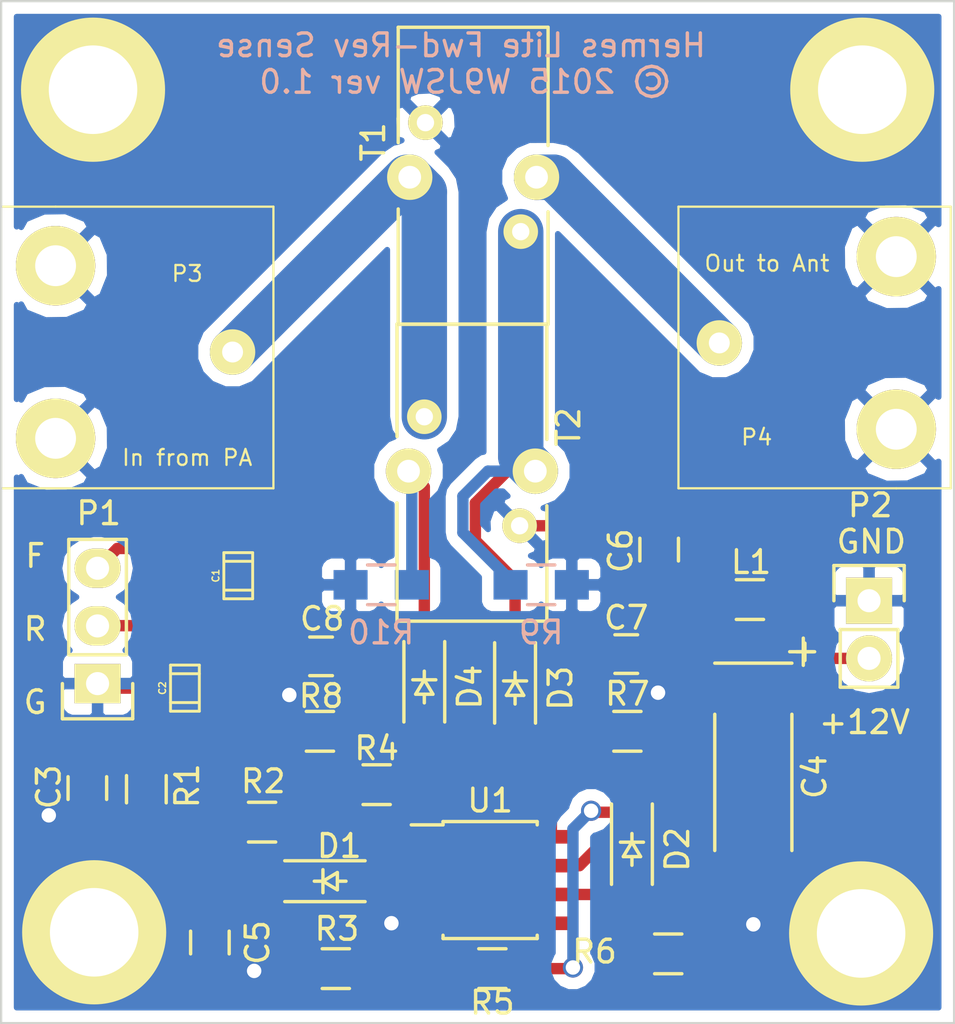
<source format=kicad_pcb>
(kicad_pcb (version 4) (host pcbnew "(2014-10-27 BZR 5228)-product")

  (general
    (links 62)
    (no_connects 0)
    (area 121.949999 99.949999 164.050001 145.050001)
    (thickness 1.6)
    (drawings 8)
    (tracks 151)
    (zones 0)
    (modules 34)
    (nets 18)
  )

  (page A4)
  (layers
    (0 F.Cu signal)
    (31 B.Cu signal)
    (32 B.Adhes user)
    (33 F.Adhes user)
    (34 B.Paste user)
    (35 F.Paste user)
    (36 B.SilkS user)
    (37 F.SilkS user)
    (38 B.Mask user)
    (39 F.Mask user)
    (40 Dwgs.User user)
    (41 Cmts.User user)
    (42 Eco1.User user)
    (43 Eco2.User user)
    (44 Edge.Cuts user)
    (45 Margin user)
    (46 B.CrtYd user)
    (47 F.CrtYd user)
    (48 B.Fab user)
    (49 F.Fab user)
  )

  (setup
    (last_trace_width 0.5)
    (user_trace_width 0.254)
    (user_trace_width 0.35)
    (user_trace_width 0.5)
    (user_trace_width 0.78)
    (user_trace_width 2)
    (user_trace_width 2.8)
    (trace_clearance 0.19812)
    (zone_clearance 0.508)
    (zone_45_only no)
    (trace_min 0.254)
    (segment_width 0.2)
    (edge_width 0.1)
    (via_size 0.889)
    (via_drill 0.635)
    (via_min_size 0.889)
    (via_min_drill 0.508)
    (uvia_size 0.508)
    (uvia_drill 0.127)
    (uvias_allowed no)
    (uvia_min_size 0.508)
    (uvia_min_drill 0.127)
    (pcb_text_width 0.3)
    (pcb_text_size 1.5 1.5)
    (mod_edge_width 0.15)
    (mod_text_size 1 1)
    (mod_text_width 0.15)
    (pad_size 6.35 6.35)
    (pad_drill 3.9)
    (pad_to_mask_clearance 0)
    (aux_axis_origin 0 0)
    (visible_elements 7FFFFF7F)
    (pcbplotparams
      (layerselection 0x010f0_80000001)
      (usegerberextensions true)
      (excludeedgelayer true)
      (linewidth 0.100000)
      (plotframeref false)
      (viasonmask false)
      (mode 1)
      (useauxorigin true)
      (hpglpennumber 1)
      (hpglpenspeed 20)
      (hpglpendiameter 15)
      (hpglpenoverlay 2)
      (psnegative false)
      (psa4output false)
      (plotreference true)
      (plotvalue true)
      (plotinvisibletext false)
      (padsonsilk false)
      (subtractmaskfromsilk false)
      (outputformat 1)
      (mirror false)
      (drillshape 0)
      (scaleselection 1)
      (outputdirectory gerbers/))
  )

  (net 0 "")
  (net 1 "Net-(C1-Pad1)")
  (net 2 GND)
  (net 3 "Net-(C7-Pad1)")
  (net 4 "Net-(C8-Pad2)")
  (net 5 "Net-(C6-Pad1)")
  (net 6 "Net-(C2-Pad1)")
  (net 7 "Net-(D1-Pad1)")
  (net 8 "Net-(D2-Pad1)")
  (net 9 "Net-(D2-Pad2)")
  (net 10 "Net-(P4-Pad1)")
  (net 11 "Net-(C1-Pad2)")
  (net 12 "Net-(C2-Pad2)")
  (net 13 "Net-(C4-Pad1)")
  (net 14 "Net-(D1-Pad2)")
  (net 15 "Net-(D3-Pad1)")
  (net 16 "Net-(D4-Pad1)")
  (net 17 "Net-(P3-Pad1)")

  (net_class Default "This is the default net class."
    (clearance 0.19812)
    (trace_width 0.254)
    (via_dia 0.889)
    (via_drill 0.635)
    (uvia_dia 0.508)
    (uvia_drill 0.127)
    (add_net GND)
    (add_net "Net-(C1-Pad1)")
    (add_net "Net-(C1-Pad2)")
    (add_net "Net-(C2-Pad1)")
    (add_net "Net-(C2-Pad2)")
    (add_net "Net-(C4-Pad1)")
    (add_net "Net-(C6-Pad1)")
    (add_net "Net-(C7-Pad1)")
    (add_net "Net-(C8-Pad2)")
    (add_net "Net-(D1-Pad1)")
    (add_net "Net-(D1-Pad2)")
    (add_net "Net-(D2-Pad1)")
    (add_net "Net-(D2-Pad2)")
    (add_net "Net-(D3-Pad1)")
    (add_net "Net-(D4-Pad1)")
    (add_net "Net-(P3-Pad1)")
    (add_net "Net-(P4-Pad1)")
  )

  (net_class 12V ""
    (clearance 0.254)
    (trace_width 0.635)
    (via_dia 0.889)
    (via_drill 0.635)
    (uvia_dia 0.508)
    (uvia_drill 0.127)
  )

  (module Capacitors_SMD:C_0805_HandSoldering (layer F.Cu) (tedit 55310024) (tstamp 54BA553D)
    (at 125.8 134.65 270)
    (descr "Capacitor SMD 0805, hand soldering")
    (tags "capacitor 0805")
    (path /5555F125)
    (attr smd)
    (fp_text reference C3 (at -0.05 1.7 270) (layer F.SilkS)
      (effects (font (size 1 1) (thickness 0.15)))
    )
    (fp_text value 100nF (at 0 2.1 270) (layer F.SilkS) hide
      (effects (font (size 1 1) (thickness 0.15)))
    )
    (fp_line (start -2.3 -1) (end 2.3 -1) (layer F.CrtYd) (width 0.05))
    (fp_line (start -2.3 1) (end 2.3 1) (layer F.CrtYd) (width 0.05))
    (fp_line (start -2.3 -1) (end -2.3 1) (layer F.CrtYd) (width 0.05))
    (fp_line (start 2.3 -1) (end 2.3 1) (layer F.CrtYd) (width 0.05))
    (fp_line (start 0.5 -0.85) (end -0.5 -0.85) (layer F.SilkS) (width 0.15))
    (fp_line (start -0.5 0.85) (end 0.5 0.85) (layer F.SilkS) (width 0.15))
    (pad 1 smd rect (at -1.25 0 270) (size 1.5 1.25) (layers F.Cu F.Paste F.Mask)
      (net 12 "Net-(C2-Pad2)"))
    (pad 2 smd rect (at 1.25 0 270) (size 1.5 1.25) (layers F.Cu F.Paste F.Mask)
      (net 2 GND))
    (model Capacitors_SMD/C_0805_HandSoldering.wrl
      (at (xyz 0 0 0))
      (scale (xyz 1 1 1))
      (rotate (xyz 0 0 0))
    )
  )

  (module Pin_Headers:Pin_Header_Straight_1x02 (layer F.Cu) (tedit 5555E75A) (tstamp 551AAAD0)
    (at 160.25 126.4)
    (descr "Through hole pin header")
    (tags "pin header")
    (path /54B93508)
    (fp_text reference P2 (at 0.05 -4.2) (layer F.SilkS)
      (effects (font (size 1 1) (thickness 0.15)))
    )
    (fp_text value CONN_01X02 (at 0 -3.1) (layer F.Fab) hide
      (effects (font (size 1 1) (thickness 0.15)))
    )
    (fp_line (start 1.27 1.27) (end 1.27 3.81) (layer F.SilkS) (width 0.15))
    (fp_line (start 1.55 -1.55) (end 1.55 0) (layer F.SilkS) (width 0.15))
    (fp_line (start -1.75 -1.75) (end -1.75 4.3) (layer F.CrtYd) (width 0.05))
    (fp_line (start 1.75 -1.75) (end 1.75 4.3) (layer F.CrtYd) (width 0.05))
    (fp_line (start -1.75 -1.75) (end 1.75 -1.75) (layer F.CrtYd) (width 0.05))
    (fp_line (start -1.75 4.3) (end 1.75 4.3) (layer F.CrtYd) (width 0.05))
    (fp_line (start 1.27 1.27) (end -1.27 1.27) (layer F.SilkS) (width 0.15))
    (fp_line (start -1.55 0) (end -1.55 -1.55) (layer F.SilkS) (width 0.15))
    (fp_line (start -1.55 -1.55) (end 1.55 -1.55) (layer F.SilkS) (width 0.15))
    (fp_line (start -1.27 1.27) (end -1.27 3.81) (layer F.SilkS) (width 0.15))
    (fp_line (start -1.27 3.81) (end 1.27 3.81) (layer F.SilkS) (width 0.15))
    (pad 1 thru_hole rect (at 0 0) (size 2.032 2.032) (drill 1.016) (layers *.Cu *.Mask F.SilkS)
      (net 2 GND))
    (pad 2 thru_hole oval (at 0 2.54) (size 2.032 2.032) (drill 1.016) (layers *.Cu *.Mask F.SilkS)
      (net 13 "Net-(C4-Pad1)"))
    (model Pin_Headers.3dshapes/Pin_Header_Straight_1x02.wrl
      (at (xyz 0 -0.05 0))
      (scale (xyz 1 1 1))
      (rotate (xyz 0 0 90))
    )
  )

  (module Resistors_SMD:R_0805_HandSoldering (layer F.Cu) (tedit 5555E6BE) (tstamp 5530FC01)
    (at 128.4 134.7 270)
    (descr "Resistor SMD 0805, hand soldering")
    (tags "resistor 0805")
    (path /55560EAA)
    (attr smd)
    (fp_text reference R1 (at -0.15 -1.8 270) (layer F.SilkS)
      (effects (font (size 1 1) (thickness 0.15)))
    )
    (fp_text value 1.8k (at 0 2.1 270) (layer F.Fab) hide
      (effects (font (size 1 1) (thickness 0.15)))
    )
    (fp_line (start -2.4 -1) (end 2.4 -1) (layer F.CrtYd) (width 0.05))
    (fp_line (start -2.4 1) (end 2.4 1) (layer F.CrtYd) (width 0.05))
    (fp_line (start -2.4 -1) (end -2.4 1) (layer F.CrtYd) (width 0.05))
    (fp_line (start 2.4 -1) (end 2.4 1) (layer F.CrtYd) (width 0.05))
    (fp_line (start 0.6 0.875) (end -0.6 0.875) (layer F.SilkS) (width 0.15))
    (fp_line (start -0.6 -0.875) (end 0.6 -0.875) (layer F.SilkS) (width 0.15))
    (pad 1 smd rect (at -1.35 0 270) (size 1.5 1.3) (layers F.Cu F.Paste F.Mask)
      (net 12 "Net-(C2-Pad2)"))
    (pad 2 smd rect (at 1.35 0 270) (size 1.5 1.3) (layers F.Cu F.Paste F.Mask)
      (net 2 GND))
    (model Resistors_SMD.3dshapes/R_0805_HandSoldering.wrl
      (at (xyz 0 0 0))
      (scale (xyz 1 1 1))
      (rotate (xyz 0 0 0))
    )
  )

  (module Resistors_SMD:R_0805_HandSoldering (layer F.Cu) (tedit 553106AD) (tstamp 5530FC07)
    (at 133.5 136.15)
    (descr "Resistor SMD 0805, hand soldering")
    (tags "resistor 0805")
    (path /552C36C8)
    (attr smd)
    (fp_text reference R2 (at 0.05 -1.8) (layer F.SilkS)
      (effects (font (size 1 1) (thickness 0.15)))
    )
    (fp_text value 1k (at 0 2.1) (layer F.Fab) hide
      (effects (font (size 1 1) (thickness 0.15)))
    )
    (fp_line (start -2.4 -1) (end 2.4 -1) (layer F.CrtYd) (width 0.05))
    (fp_line (start -2.4 1) (end 2.4 1) (layer F.CrtYd) (width 0.05))
    (fp_line (start -2.4 -1) (end -2.4 1) (layer F.CrtYd) (width 0.05))
    (fp_line (start 2.4 -1) (end 2.4 1) (layer F.CrtYd) (width 0.05))
    (fp_line (start 0.6 0.875) (end -0.6 0.875) (layer F.SilkS) (width 0.15))
    (fp_line (start -0.6 -0.875) (end 0.6 -0.875) (layer F.SilkS) (width 0.15))
    (pad 1 smd rect (at -1.35 0) (size 1.5 1.3) (layers F.Cu F.Paste F.Mask)
      (net 12 "Net-(C2-Pad2)"))
    (pad 2 smd rect (at 1.35 0) (size 1.5 1.3) (layers F.Cu F.Paste F.Mask)
      (net 7 "Net-(D1-Pad1)"))
    (model Resistors_SMD.3dshapes/R_0805_HandSoldering.wrl
      (at (xyz 0 0 0))
      (scale (xyz 1 1 1))
      (rotate (xyz 0 0 0))
    )
  )

  (module Resistors_SMD:R_0805_HandSoldering (layer F.Cu) (tedit 5554C8AA) (tstamp 5530FC0D)
    (at 136.75 142.6 180)
    (descr "Resistor SMD 0805, hand soldering")
    (tags "resistor 0805")
    (path /55560EDF)
    (attr smd)
    (fp_text reference R3 (at -0.05 1.75 180) (layer F.SilkS)
      (effects (font (size 1 1) (thickness 0.15)))
    )
    (fp_text value 1.8k (at 0 2.1 180) (layer F.Fab) hide
      (effects (font (size 1 1) (thickness 0.15)))
    )
    (fp_line (start -2.4 -1) (end 2.4 -1) (layer F.CrtYd) (width 0.05))
    (fp_line (start -2.4 1) (end 2.4 1) (layer F.CrtYd) (width 0.05))
    (fp_line (start -2.4 -1) (end -2.4 1) (layer F.CrtYd) (width 0.05))
    (fp_line (start 2.4 -1) (end 2.4 1) (layer F.CrtYd) (width 0.05))
    (fp_line (start 0.6 0.875) (end -0.6 0.875) (layer F.SilkS) (width 0.15))
    (fp_line (start -0.6 -0.875) (end 0.6 -0.875) (layer F.SilkS) (width 0.15))
    (pad 1 smd rect (at -1.35 0 180) (size 1.5 1.3) (layers F.Cu F.Paste F.Mask)
      (net 11 "Net-(C1-Pad2)"))
    (pad 2 smd rect (at 1.35 0 180) (size 1.5 1.3) (layers F.Cu F.Paste F.Mask)
      (net 2 GND))
    (model Resistors_SMD.3dshapes/R_0805_HandSoldering.wrl
      (at (xyz 0 0 0))
      (scale (xyz 1 1 1))
      (rotate (xyz 0 0 0))
    )
  )

  (module Resistors_SMD:R_0805_HandSoldering (layer F.Cu) (tedit 5554C8B1) (tstamp 5555EECB)
    (at 138.55 134.5 180)
    (descr "Resistor SMD 0805, hand soldering")
    (tags "resistor 0805")
    (path /55560531)
    (attr smd)
    (fp_text reference R4 (at 0 1.6 180) (layer F.SilkS)
      (effects (font (size 1 1) (thickness 0.15)))
    )
    (fp_text value 220k (at 0 2.1 180) (layer F.Fab) hide
      (effects (font (size 1 1) (thickness 0.15)))
    )
    (fp_line (start -2.4 -1) (end 2.4 -1) (layer F.CrtYd) (width 0.05))
    (fp_line (start -2.4 1) (end 2.4 1) (layer F.CrtYd) (width 0.05))
    (fp_line (start -2.4 -1) (end -2.4 1) (layer F.CrtYd) (width 0.05))
    (fp_line (start 2.4 -1) (end 2.4 1) (layer F.CrtYd) (width 0.05))
    (fp_line (start 0.6 0.875) (end -0.6 0.875) (layer F.SilkS) (width 0.15))
    (fp_line (start -0.6 -0.875) (end 0.6 -0.875) (layer F.SilkS) (width 0.15))
    (pad 1 smd rect (at -1.35 0 180) (size 1.5 1.3) (layers F.Cu F.Paste F.Mask)
      (net 14 "Net-(D1-Pad2)"))
    (pad 2 smd rect (at 1.35 0 180) (size 1.5 1.3) (layers F.Cu F.Paste F.Mask)
      (net 2 GND))
    (model Resistors_SMD.3dshapes/R_0805_HandSoldering.wrl
      (at (xyz 0 0 0))
      (scale (xyz 1 1 1))
      (rotate (xyz 0 0 0))
    )
  )

  (module Resistors_SMD:R_0805_HandSoldering (layer F.Cu) (tedit 5531075A) (tstamp 5555EFA5)
    (at 143.65 142.6)
    (descr "Resistor SMD 0805, hand soldering")
    (tags "resistor 0805")
    (path /55560BD3)
    (attr smd)
    (fp_text reference R5 (at 0 1.5) (layer F.SilkS)
      (effects (font (size 1 1) (thickness 0.15)))
    )
    (fp_text value 1k (at 0 2.1) (layer F.Fab) hide
      (effects (font (size 1 1) (thickness 0.15)))
    )
    (fp_line (start -2.4 -1) (end 2.4 -1) (layer F.CrtYd) (width 0.05))
    (fp_line (start -2.4 1) (end 2.4 1) (layer F.CrtYd) (width 0.05))
    (fp_line (start -2.4 -1) (end -2.4 1) (layer F.CrtYd) (width 0.05))
    (fp_line (start 2.4 -1) (end 2.4 1) (layer F.CrtYd) (width 0.05))
    (fp_line (start 0.6 0.875) (end -0.6 0.875) (layer F.SilkS) (width 0.15))
    (fp_line (start -0.6 -0.875) (end 0.6 -0.875) (layer F.SilkS) (width 0.15))
    (pad 1 smd rect (at -1.35 0) (size 1.5 1.3) (layers F.Cu F.Paste F.Mask)
      (net 11 "Net-(C1-Pad2)"))
    (pad 2 smd rect (at 1.35 0) (size 1.5 1.3) (layers F.Cu F.Paste F.Mask)
      (net 8 "Net-(D2-Pad1)"))
    (model Resistors_SMD.3dshapes/R_0805_HandSoldering.wrl
      (at (xyz 0 0 0))
      (scale (xyz 1 1 1))
      (rotate (xyz 0 0 0))
    )
  )

  (module Resistors_SMD:R_0805_HandSoldering (layer F.Cu) (tedit 5554C8A4) (tstamp 5530FC1F)
    (at 151.4 141.95)
    (descr "Resistor SMD 0805, hand soldering")
    (tags "resistor 0805")
    (path /5555FE65)
    (attr smd)
    (fp_text reference R6 (at -3.25 -0.1) (layer F.SilkS)
      (effects (font (size 1 1) (thickness 0.15)))
    )
    (fp_text value 220k (at 0 2.1) (layer F.Fab) hide
      (effects (font (size 1 1) (thickness 0.15)))
    )
    (fp_line (start -2.4 -1) (end 2.4 -1) (layer F.CrtYd) (width 0.05))
    (fp_line (start -2.4 1) (end 2.4 1) (layer F.CrtYd) (width 0.05))
    (fp_line (start -2.4 -1) (end -2.4 1) (layer F.CrtYd) (width 0.05))
    (fp_line (start 2.4 -1) (end 2.4 1) (layer F.CrtYd) (width 0.05))
    (fp_line (start 0.6 0.875) (end -0.6 0.875) (layer F.SilkS) (width 0.15))
    (fp_line (start -0.6 -0.875) (end 0.6 -0.875) (layer F.SilkS) (width 0.15))
    (pad 1 smd rect (at -1.35 0) (size 1.5 1.3) (layers F.Cu F.Paste F.Mask)
      (net 9 "Net-(D2-Pad2)"))
    (pad 2 smd rect (at 1.35 0) (size 1.5 1.3) (layers F.Cu F.Paste F.Mask)
      (net 2 GND))
    (model Resistors_SMD.3dshapes/R_0805_HandSoldering.wrl
      (at (xyz 0 0 0))
      (scale (xyz 1 1 1))
      (rotate (xyz 0 0 0))
    )
  )

  (module Resistors_SMD:R_0805_HandSoldering (layer F.Cu) (tedit 5555E4D6) (tstamp 5530FC25)
    (at 149.6 132.15)
    (descr "Resistor SMD 0805, hand soldering")
    (tags "resistor 0805")
    (path /5555FBA6)
    (attr smd)
    (fp_text reference R7 (at 0 -1.65) (layer F.SilkS)
      (effects (font (size 1 1) (thickness 0.15)))
    )
    (fp_text value 100k (at 0 2.1) (layer F.Fab) hide
      (effects (font (size 1 1) (thickness 0.15)))
    )
    (fp_line (start -2.4 -1) (end 2.4 -1) (layer F.CrtYd) (width 0.05))
    (fp_line (start -2.4 1) (end 2.4 1) (layer F.CrtYd) (width 0.05))
    (fp_line (start -2.4 -1) (end -2.4 1) (layer F.CrtYd) (width 0.05))
    (fp_line (start 2.4 -1) (end 2.4 1) (layer F.CrtYd) (width 0.05))
    (fp_line (start 0.6 0.875) (end -0.6 0.875) (layer F.SilkS) (width 0.15))
    (fp_line (start -0.6 -0.875) (end 0.6 -0.875) (layer F.SilkS) (width 0.15))
    (pad 1 smd rect (at -1.35 0) (size 1.5 1.3) (layers F.Cu F.Paste F.Mask)
      (net 3 "Net-(C7-Pad1)"))
    (pad 2 smd rect (at 1.35 0) (size 1.5 1.3) (layers F.Cu F.Paste F.Mask)
      (net 2 GND))
    (model Resistors_SMD.3dshapes/R_0805_HandSoldering.wrl
      (at (xyz 0 0 0))
      (scale (xyz 1 1 1))
      (rotate (xyz 0 0 0))
    )
  )

  (module Resistors_SMD:R_0805_HandSoldering (layer F.Cu) (tedit 5531074B) (tstamp 5555EB30)
    (at 136.05 132.15)
    (descr "Resistor SMD 0805, hand soldering")
    (tags "resistor 0805")
    (path /5555FBF8)
    (attr smd)
    (fp_text reference R8 (at 0.05 -1.55) (layer F.SilkS)
      (effects (font (size 1 1) (thickness 0.15)))
    )
    (fp_text value 100k (at 0 2.1) (layer F.Fab) hide
      (effects (font (size 1 1) (thickness 0.15)))
    )
    (fp_line (start -2.4 -1) (end 2.4 -1) (layer F.CrtYd) (width 0.05))
    (fp_line (start -2.4 1) (end 2.4 1) (layer F.CrtYd) (width 0.05))
    (fp_line (start -2.4 -1) (end -2.4 1) (layer F.CrtYd) (width 0.05))
    (fp_line (start 2.4 -1) (end 2.4 1) (layer F.CrtYd) (width 0.05))
    (fp_line (start 0.6 0.875) (end -0.6 0.875) (layer F.SilkS) (width 0.15))
    (fp_line (start -0.6 -0.875) (end 0.6 -0.875) (layer F.SilkS) (width 0.15))
    (pad 1 smd rect (at -1.35 0) (size 1.5 1.3) (layers F.Cu F.Paste F.Mask)
      (net 2 GND))
    (pad 2 smd rect (at 1.35 0) (size 1.5 1.3) (layers F.Cu F.Paste F.Mask)
      (net 4 "Net-(C8-Pad2)"))
    (model Resistors_SMD.3dshapes/R_0805_HandSoldering.wrl
      (at (xyz 0 0 0))
      (scale (xyz 1 1 1))
      (rotate (xyz 0 0 0))
    )
  )

  (module HERMESLITE:MH locked (layer F.Cu) (tedit 5531082F) (tstamp 5530FC4B)
    (at 126.1 141)
    (zone_connect 2)
    (fp_text reference MH (at -4.1 -2) (layer F.SilkS) hide
      (effects (font (size 0.7 0.7) (thickness 0.1)))
    )
    (fp_text value VAL** (at -4.5 1.6) (layer F.SilkS) hide
      (effects (font (size 0.7 0.7) (thickness 0.1)))
    )
    (pad 1 thru_hole circle (at 0 0) (size 6.35 6.35) (drill 3.9) (layers *.Cu *.Mask F.SilkS)
      (net 2 GND) (zone_connect 2))
  )

  (module HERMESLITE:MH locked (layer F.Cu) (tedit 5531083D) (tstamp 5530FC4D)
    (at 159.9 141.05)
    (zone_connect 2)
    (fp_text reference MH (at -4.1 -2) (layer F.SilkS) hide
      (effects (font (size 0.7 0.7) (thickness 0.1)))
    )
    (fp_text value VAL** (at -4.5 1.6) (layer F.SilkS) hide
      (effects (font (size 0.7 0.7) (thickness 0.1)))
    )
    (pad 2 thru_hole circle (at 0 0) (size 6.35 6.35) (drill 3.9) (layers *.Cu *.Mask F.SilkS)
      (net 2 GND) (zone_connect 2))
  )

  (module Diodes_SMD:SOD-123 (layer F.Cu) (tedit 5555E899) (tstamp 5554C888)
    (at 136.5 138.75)
    (descr SOD-123)
    (tags SOD-123)
    (path /552C183F)
    (attr smd)
    (fp_text reference D1 (at 0.4 -1.55) (layer F.SilkS)
      (effects (font (size 1 1) (thickness 0.15)))
    )
    (fp_text value 1n5711 (at 0 2.1) (layer F.Fab) hide
      (effects (font (size 1 1) (thickness 0.15)))
    )
    (fp_line (start 0.3175 0) (end 0.6985 0) (layer F.SilkS) (width 0.15))
    (fp_line (start -0.6985 0) (end -0.3175 0) (layer F.SilkS) (width 0.15))
    (fp_line (start -0.3175 0) (end 0.3175 -0.381) (layer F.SilkS) (width 0.15))
    (fp_line (start 0.3175 -0.381) (end 0.3175 0.381) (layer F.SilkS) (width 0.15))
    (fp_line (start 0.3175 0.381) (end -0.3175 0) (layer F.SilkS) (width 0.15))
    (fp_line (start -0.3175 -0.508) (end -0.3175 0.508) (layer F.SilkS) (width 0.15))
    (fp_line (start -2.25 -1.05) (end 2.25 -1.05) (layer F.CrtYd) (width 0.05))
    (fp_line (start 2.25 -1.05) (end 2.25 1.05) (layer F.CrtYd) (width 0.05))
    (fp_line (start 2.25 1.05) (end -2.25 1.05) (layer F.CrtYd) (width 0.05))
    (fp_line (start -2.25 -1.05) (end -2.25 1.05) (layer F.CrtYd) (width 0.05))
    (fp_line (start -2 0.9) (end 1.54 0.9) (layer F.SilkS) (width 0.15))
    (fp_line (start -2 -0.9) (end 1.54 -0.9) (layer F.SilkS) (width 0.15))
    (pad 1 smd rect (at -1.635 0) (size 0.91 1.22) (layers F.Cu F.Paste F.Mask)
      (net 7 "Net-(D1-Pad1)"))
    (pad 2 smd rect (at 1.635 0) (size 0.91 1.22) (layers F.Cu F.Paste F.Mask)
      (net 14 "Net-(D1-Pad2)"))
  )

  (module Diodes_SMD:SOD-123 (layer F.Cu) (tedit 5554C846) (tstamp 5554C88D)
    (at 149.8 137.35 270)
    (descr SOD-123)
    (tags SOD-123)
    (path /552C3BD5)
    (attr smd)
    (fp_text reference D2 (at 0 -2 270) (layer F.SilkS)
      (effects (font (size 1 1) (thickness 0.15)))
    )
    (fp_text value 1n5711 (at 0 2.1 270) (layer F.Fab) hide
      (effects (font (size 1 1) (thickness 0.15)))
    )
    (fp_line (start 0.3175 0) (end 0.6985 0) (layer F.SilkS) (width 0.15))
    (fp_line (start -0.6985 0) (end -0.3175 0) (layer F.SilkS) (width 0.15))
    (fp_line (start -0.3175 0) (end 0.3175 -0.381) (layer F.SilkS) (width 0.15))
    (fp_line (start 0.3175 -0.381) (end 0.3175 0.381) (layer F.SilkS) (width 0.15))
    (fp_line (start 0.3175 0.381) (end -0.3175 0) (layer F.SilkS) (width 0.15))
    (fp_line (start -0.3175 -0.508) (end -0.3175 0.508) (layer F.SilkS) (width 0.15))
    (fp_line (start -2.25 -1.05) (end 2.25 -1.05) (layer F.CrtYd) (width 0.05))
    (fp_line (start 2.25 -1.05) (end 2.25 1.05) (layer F.CrtYd) (width 0.05))
    (fp_line (start 2.25 1.05) (end -2.25 1.05) (layer F.CrtYd) (width 0.05))
    (fp_line (start -2.25 -1.05) (end -2.25 1.05) (layer F.CrtYd) (width 0.05))
    (fp_line (start -2 0.9) (end 1.54 0.9) (layer F.SilkS) (width 0.15))
    (fp_line (start -2 -0.9) (end 1.54 -0.9) (layer F.SilkS) (width 0.15))
    (pad 1 smd rect (at -1.635 0 270) (size 0.91 1.22) (layers F.Cu F.Paste F.Mask)
      (net 8 "Net-(D2-Pad1)"))
    (pad 2 smd rect (at 1.635 0 270) (size 0.91 1.22) (layers F.Cu F.Paste F.Mask)
      (net 9 "Net-(D2-Pad2)"))
  )

  (module Resistors_SMD:R_0805_HandSoldering (layer F.Cu) (tedit 5555E7B4) (tstamp 5554C892)
    (at 155 126.35 180)
    (descr "Resistor SMD 0805, hand soldering")
    (tags "resistor 0805")
    (path /54BA4EF4)
    (attr smd)
    (fp_text reference L1 (at -0.05 1.65 180) (layer F.SilkS)
      (effects (font (size 1 1) (thickness 0.15)))
    )
    (fp_text value BLM21PG220SN1D (at 0 2.1 180) (layer F.Fab) hide
      (effects (font (size 1 1) (thickness 0.15)))
    )
    (fp_line (start -2.4 -1) (end 2.4 -1) (layer F.CrtYd) (width 0.05))
    (fp_line (start -2.4 1) (end 2.4 1) (layer F.CrtYd) (width 0.05))
    (fp_line (start -2.4 -1) (end -2.4 1) (layer F.CrtYd) (width 0.05))
    (fp_line (start 2.4 -1) (end 2.4 1) (layer F.CrtYd) (width 0.05))
    (fp_line (start 0.6 0.875) (end -0.6 0.875) (layer F.SilkS) (width 0.15))
    (fp_line (start -0.6 -0.875) (end 0.6 -0.875) (layer F.SilkS) (width 0.15))
    (pad 1 smd rect (at -1.35 0 180) (size 1.5 1.3) (layers F.Cu F.Paste F.Mask)
      (net 13 "Net-(C4-Pad1)"))
    (pad 2 smd rect (at 1.35 0 180) (size 1.5 1.3) (layers F.Cu F.Paste F.Mask)
      (net 5 "Net-(C6-Pad1)"))
    (model Resistors_SMD.3dshapes/R_0805_HandSoldering.wrl
      (at (xyz 0 0 0))
      (scale (xyz 1 1 1))
      (rotate (xyz 0 0 0))
    )
  )

  (module SMDCAP:cfeed_0805 (layer F.Cu) (tedit 4F5B499E) (tstamp 5555DE1E)
    (at 132.45 125.3 90)
    (descr "SMT FeedThrough capacitor, 0805")
    (path /551ACA07)
    (fp_text reference C1 (at 0 -0.9906 90) (layer F.SilkS)
      (effects (font (size 0.29972 0.29972) (thickness 0.06096)))
    )
    (fp_text value NFM21PC224R1C3D (at 0 0.9906 90) (layer F.SilkS) hide
      (effects (font (size 0.29972 0.29972) (thickness 0.06096)))
    )
    (fp_line (start 0.635 -0.635) (end 0.635 0.635) (layer F.SilkS) (width 0.127))
    (fp_line (start -0.635 -0.635) (end -0.635 0.6096) (layer F.SilkS) (width 0.127))
    (fp_line (start -1.016 -0.635) (end 1.016 -0.635) (layer F.SilkS) (width 0.127))
    (fp_line (start 1.016 -0.635) (end 1.016 0.635) (layer F.SilkS) (width 0.127))
    (fp_line (start 1.016 0.635) (end -1.016 0.635) (layer F.SilkS) (width 0.127))
    (fp_line (start -1.016 0.635) (end -1.016 -0.635) (layer F.SilkS) (width 0.127))
    (pad 1 smd rect (at 1.19888 0 90) (size 0.89916 1.24968) (layers F.Cu F.Paste F.Mask)
      (net 1 "Net-(C1-Pad1)"))
    (pad 2 smd rect (at -1.19888 0 90) (size 0.89916 1.24968) (layers F.Cu F.Paste F.Mask)
      (net 11 "Net-(C1-Pad2)"))
    (pad 3 smd rect (at 0 0 90) (size 0.50038 1.99898) (layers F.Cu F.Paste F.Mask)
      (net 2 GND))
    (model walter\smd_cap\c_0805.wrl
      (at (xyz 0 0 0))
      (scale (xyz 1 1 1))
      (rotate (xyz 0 0 0))
    )
  )

  (module Capacitors_Tantalum_SMD:TantalC_SizeC_EIA-6032_HandSoldering (layer F.Cu) (tedit 5555E761) (tstamp 5555DE35)
    (at 155.15 134.4 270)
    (descr "Tantal Cap. , Size C, EIA-6032, Hand Soldering,")
    (tags "Tantal Cap. , Size C, EIA-6032, Hand Soldering,")
    (path /54B82D65)
    (attr smd)
    (fp_text reference C4 (at -0.25 -2.7 270) (layer F.SilkS)
      (effects (font (size 1 1) (thickness 0.15)))
    )
    (fp_text value "47uF 25V" (at -0.09906 3.59918 270) (layer F.Fab) hide
      (effects (font (size 1 1) (thickness 0.15)))
    )
    (fp_line (start -5.25018 -1.69926) (end -5.25018 1.69926) (layer F.SilkS) (width 0.15))
    (fp_line (start 2.99974 1.69926) (end -2.99974 1.69926) (layer F.SilkS) (width 0.15))
    (fp_line (start 2.99974 -1.69926) (end -2.99974 -1.69926) (layer F.SilkS) (width 0.15))
    (fp_text user + (at -5.75056 -2.19964 270) (layer F.SilkS)
      (effects (font (size 1 1) (thickness 0.15)))
    )
    (fp_line (start -5.7531 -2.70256) (end -5.7531 -1.60274) (layer F.SilkS) (width 0.15))
    (fp_line (start -6.35254 -2.20218) (end -5.15366 -2.20218) (layer F.SilkS) (width 0.15))
    (pad 2 smd rect (at 2.99974 0 270) (size 3.50012 1.80086) (layers F.Cu F.Paste F.Mask)
      (net 2 GND))
    (pad 1 smd rect (at -2.99974 0 270) (size 3.50012 1.80086) (layers F.Cu F.Paste F.Mask)
      (net 13 "Net-(C4-Pad1)"))
    (model Capacitors_Tantalum_SMD.3dshapes/TantalC_SizeC_EIA-6032_HandSoldering.wrl
      (at (xyz 0 0 0))
      (scale (xyz 1 1 1))
      (rotate (xyz 0 0 180))
    )
  )

  (module Capacitors_SMD:C_0805_HandSoldering (layer F.Cu) (tedit 5555DDBC) (tstamp 5555DE40)
    (at 131.2 141.45 270)
    (descr "Capacitor SMD 0805, hand soldering")
    (tags "capacitor 0805")
    (path /55560F1D)
    (attr smd)
    (fp_text reference C5 (at 0 -2.1 270) (layer F.SilkS)
      (effects (font (size 1 1) (thickness 0.15)))
    )
    (fp_text value 100nF (at 0 2.1 270) (layer F.Fab) hide
      (effects (font (size 1 1) (thickness 0.15)))
    )
    (fp_line (start -2.3 -1) (end 2.3 -1) (layer F.CrtYd) (width 0.05))
    (fp_line (start -2.3 1) (end 2.3 1) (layer F.CrtYd) (width 0.05))
    (fp_line (start -2.3 -1) (end -2.3 1) (layer F.CrtYd) (width 0.05))
    (fp_line (start 2.3 -1) (end 2.3 1) (layer F.CrtYd) (width 0.05))
    (fp_line (start 0.5 -0.85) (end -0.5 -0.85) (layer F.SilkS) (width 0.15))
    (fp_line (start -0.5 0.85) (end 0.5 0.85) (layer F.SilkS) (width 0.15))
    (pad 1 smd rect (at -1.25 0 270) (size 1.5 1.25) (layers F.Cu F.Paste F.Mask)
      (net 11 "Net-(C1-Pad2)"))
    (pad 2 smd rect (at 1.25 0 270) (size 1.5 1.25) (layers F.Cu F.Paste F.Mask)
      (net 2 GND))
    (model Capacitors_SMD.3dshapes/C_0805_HandSoldering.wrl
      (at (xyz 0 0 0))
      (scale (xyz 1 1 1))
      (rotate (xyz 0 0 0))
    )
  )

  (module Capacitors_SMD:C_0805_HandSoldering (layer F.Cu) (tedit 5555E7AE) (tstamp 5555DE4B)
    (at 151 124.15 90)
    (descr "Capacitor SMD 0805, hand soldering")
    (tags "capacitor 0805")
    (path /5555FFD1)
    (attr smd)
    (fp_text reference C6 (at -0.05 -1.7 90) (layer F.SilkS)
      (effects (font (size 1 1) (thickness 0.15)))
    )
    (fp_text value 100nF (at 0 2.1 90) (layer F.Fab) hide
      (effects (font (size 1 1) (thickness 0.15)))
    )
    (fp_line (start -2.3 -1) (end 2.3 -1) (layer F.CrtYd) (width 0.05))
    (fp_line (start -2.3 1) (end 2.3 1) (layer F.CrtYd) (width 0.05))
    (fp_line (start -2.3 -1) (end -2.3 1) (layer F.CrtYd) (width 0.05))
    (fp_line (start 2.3 -1) (end 2.3 1) (layer F.CrtYd) (width 0.05))
    (fp_line (start 0.5 -0.85) (end -0.5 -0.85) (layer F.SilkS) (width 0.15))
    (fp_line (start -0.5 0.85) (end 0.5 0.85) (layer F.SilkS) (width 0.15))
    (pad 1 smd rect (at -1.25 0 90) (size 1.5 1.25) (layers F.Cu F.Paste F.Mask)
      (net 5 "Net-(C6-Pad1)"))
    (pad 2 smd rect (at 1.25 0 90) (size 1.5 1.25) (layers F.Cu F.Paste F.Mask)
      (net 2 GND))
    (model Capacitors_SMD.3dshapes/C_0805_HandSoldering.wrl
      (at (xyz 0 0 0))
      (scale (xyz 1 1 1))
      (rotate (xyz 0 0 0))
    )
  )

  (module Capacitors_SMD:C_0805_HandSoldering (layer F.Cu) (tedit 5555E4DD) (tstamp 5555DE56)
    (at 149.55 128.75)
    (descr "Capacitor SMD 0805, hand soldering")
    (tags "capacitor 0805")
    (path /5555F908)
    (attr smd)
    (fp_text reference C7 (at 0 -1.6) (layer F.SilkS)
      (effects (font (size 1 1) (thickness 0.15)))
    )
    (fp_text value 100nF (at 0 2.1) (layer F.Fab) hide
      (effects (font (size 1 1) (thickness 0.15)))
    )
    (fp_line (start -2.3 -1) (end 2.3 -1) (layer F.CrtYd) (width 0.05))
    (fp_line (start -2.3 1) (end 2.3 1) (layer F.CrtYd) (width 0.05))
    (fp_line (start -2.3 -1) (end -2.3 1) (layer F.CrtYd) (width 0.05))
    (fp_line (start 2.3 -1) (end 2.3 1) (layer F.CrtYd) (width 0.05))
    (fp_line (start 0.5 -0.85) (end -0.5 -0.85) (layer F.SilkS) (width 0.15))
    (fp_line (start -0.5 0.85) (end 0.5 0.85) (layer F.SilkS) (width 0.15))
    (pad 1 smd rect (at -1.25 0) (size 1.5 1.25) (layers F.Cu F.Paste F.Mask)
      (net 3 "Net-(C7-Pad1)"))
    (pad 2 smd rect (at 1.25 0) (size 1.5 1.25) (layers F.Cu F.Paste F.Mask)
      (net 2 GND))
    (model Capacitors_SMD.3dshapes/C_0805_HandSoldering.wrl
      (at (xyz 0 0 0))
      (scale (xyz 1 1 1))
      (rotate (xyz 0 0 0))
    )
  )

  (module Capacitors_SMD:C_0805_HandSoldering (layer F.Cu) (tedit 5555E4DA) (tstamp 5555DE61)
    (at 136.1 128.85)
    (descr "Capacitor SMD 0805, hand soldering")
    (tags "capacitor 0805")
    (path /5555F9A2)
    (attr smd)
    (fp_text reference C8 (at 0.05 -1.65) (layer F.SilkS)
      (effects (font (size 1 1) (thickness 0.15)))
    )
    (fp_text value 100nF (at 0 2.1) (layer F.Fab) hide
      (effects (font (size 1 1) (thickness 0.15)))
    )
    (fp_line (start -2.3 -1) (end 2.3 -1) (layer F.CrtYd) (width 0.05))
    (fp_line (start -2.3 1) (end 2.3 1) (layer F.CrtYd) (width 0.05))
    (fp_line (start -2.3 -1) (end -2.3 1) (layer F.CrtYd) (width 0.05))
    (fp_line (start 2.3 -1) (end 2.3 1) (layer F.CrtYd) (width 0.05))
    (fp_line (start 0.5 -0.85) (end -0.5 -0.85) (layer F.SilkS) (width 0.15))
    (fp_line (start -0.5 0.85) (end 0.5 0.85) (layer F.SilkS) (width 0.15))
    (pad 1 smd rect (at -1.25 0) (size 1.5 1.25) (layers F.Cu F.Paste F.Mask)
      (net 2 GND))
    (pad 2 smd rect (at 1.25 0) (size 1.5 1.25) (layers F.Cu F.Paste F.Mask)
      (net 4 "Net-(C8-Pad2)"))
    (model Capacitors_SMD.3dshapes/C_0805_HandSoldering.wrl
      (at (xyz 0 0 0))
      (scale (xyz 1 1 1))
      (rotate (xyz 0 0 0))
    )
  )

  (module Diodes_SMD:SOD-123 (layer F.Cu) (tedit 5555E159) (tstamp 5555DE7D)
    (at 144.65 130.25 270)
    (descr SOD-123)
    (tags SOD-123)
    (path /5555F7F1)
    (attr smd)
    (fp_text reference D3 (at 0 -2 270) (layer F.SilkS)
      (effects (font (size 1 1) (thickness 0.15)))
    )
    (fp_text value 1n5711 (at 0 2.1 270) (layer F.Fab) hide
      (effects (font (size 1 1) (thickness 0.15)))
    )
    (fp_line (start 0.3175 0) (end 0.6985 0) (layer F.SilkS) (width 0.15))
    (fp_line (start -0.6985 0) (end -0.3175 0) (layer F.SilkS) (width 0.15))
    (fp_line (start -0.3175 0) (end 0.3175 -0.381) (layer F.SilkS) (width 0.15))
    (fp_line (start 0.3175 -0.381) (end 0.3175 0.381) (layer F.SilkS) (width 0.15))
    (fp_line (start 0.3175 0.381) (end -0.3175 0) (layer F.SilkS) (width 0.15))
    (fp_line (start -0.3175 -0.508) (end -0.3175 0.508) (layer F.SilkS) (width 0.15))
    (fp_line (start -2.25 -1.05) (end 2.25 -1.05) (layer F.CrtYd) (width 0.05))
    (fp_line (start 2.25 -1.05) (end 2.25 1.05) (layer F.CrtYd) (width 0.05))
    (fp_line (start 2.25 1.05) (end -2.25 1.05) (layer F.CrtYd) (width 0.05))
    (fp_line (start -2.25 -1.05) (end -2.25 1.05) (layer F.CrtYd) (width 0.05))
    (fp_line (start -2 0.9) (end 1.54 0.9) (layer F.SilkS) (width 0.15))
    (fp_line (start -2 -0.9) (end 1.54 -0.9) (layer F.SilkS) (width 0.15))
    (pad 1 smd rect (at -1.635 0 270) (size 0.91 1.22) (layers F.Cu F.Paste F.Mask)
      (net 15 "Net-(D3-Pad1)"))
    (pad 2 smd rect (at 1.635 0 270) (size 0.91 1.22) (layers F.Cu F.Paste F.Mask)
      (net 3 "Net-(C7-Pad1)"))
  )

  (module Diodes_SMD:SOD-123 (layer F.Cu) (tedit 5555E15D) (tstamp 5555DE8F)
    (at 140.65 130.2 270)
    (descr SOD-123)
    (tags SOD-123)
    (path /5555F8B5)
    (attr smd)
    (fp_text reference D4 (at 0 -2 270) (layer F.SilkS)
      (effects (font (size 1 1) (thickness 0.15)))
    )
    (fp_text value 1n5711 (at 0 2.1 270) (layer F.Fab) hide
      (effects (font (size 1 1) (thickness 0.15)))
    )
    (fp_line (start 0.3175 0) (end 0.6985 0) (layer F.SilkS) (width 0.15))
    (fp_line (start -0.6985 0) (end -0.3175 0) (layer F.SilkS) (width 0.15))
    (fp_line (start -0.3175 0) (end 0.3175 -0.381) (layer F.SilkS) (width 0.15))
    (fp_line (start 0.3175 -0.381) (end 0.3175 0.381) (layer F.SilkS) (width 0.15))
    (fp_line (start 0.3175 0.381) (end -0.3175 0) (layer F.SilkS) (width 0.15))
    (fp_line (start -0.3175 -0.508) (end -0.3175 0.508) (layer F.SilkS) (width 0.15))
    (fp_line (start -2.25 -1.05) (end 2.25 -1.05) (layer F.CrtYd) (width 0.05))
    (fp_line (start 2.25 -1.05) (end 2.25 1.05) (layer F.CrtYd) (width 0.05))
    (fp_line (start 2.25 1.05) (end -2.25 1.05) (layer F.CrtYd) (width 0.05))
    (fp_line (start -2.25 -1.05) (end -2.25 1.05) (layer F.CrtYd) (width 0.05))
    (fp_line (start -2 0.9) (end 1.54 0.9) (layer F.SilkS) (width 0.15))
    (fp_line (start -2 -0.9) (end 1.54 -0.9) (layer F.SilkS) (width 0.15))
    (pad 1 smd rect (at -1.635 0 270) (size 0.91 1.22) (layers F.Cu F.Paste F.Mask)
      (net 16 "Net-(D4-Pad1)"))
    (pad 2 smd rect (at 1.635 0 270) (size 0.91 1.22) (layers F.Cu F.Paste F.Mask)
      (net 4 "Net-(C8-Pad2)"))
  )

  (module Socket_Strips:Socket_Strip_Straight_1x03 (layer F.Cu) (tedit 5555EB3B) (tstamp 5555DE90)
    (at 126.25 130.05 90)
    (descr "Through hole socket strip")
    (tags "socket strip")
    (path /551AC844)
    (fp_text reference P1 (at 7.5 0.05 180) (layer F.SilkS)
      (effects (font (size 1 1) (thickness 0.15)))
    )
    (fp_text value CONN_01X03 (at 0 -3.1 90) (layer F.Fab) hide
      (effects (font (size 1 1) (thickness 0.15)))
    )
    (fp_line (start 0 -1.55) (end -1.55 -1.55) (layer F.SilkS) (width 0.15))
    (fp_line (start -1.55 -1.55) (end -1.55 1.55) (layer F.SilkS) (width 0.15))
    (fp_line (start -1.55 1.55) (end 0 1.55) (layer F.SilkS) (width 0.15))
    (fp_line (start -1.75 -1.75) (end -1.75 1.75) (layer F.CrtYd) (width 0.05))
    (fp_line (start 6.85 -1.75) (end 6.85 1.75) (layer F.CrtYd) (width 0.05))
    (fp_line (start -1.75 -1.75) (end 6.85 -1.75) (layer F.CrtYd) (width 0.05))
    (fp_line (start -1.75 1.75) (end 6.85 1.75) (layer F.CrtYd) (width 0.05))
    (fp_line (start 1.27 -1.27) (end 6.35 -1.27) (layer F.SilkS) (width 0.15))
    (fp_line (start 6.35 -1.27) (end 6.35 1.27) (layer F.SilkS) (width 0.15))
    (fp_line (start 6.35 1.27) (end 1.27 1.27) (layer F.SilkS) (width 0.15))
    (fp_line (start 1.27 1.27) (end 1.27 -1.27) (layer F.SilkS) (width 0.15))
    (pad 1 thru_hole rect (at 0 0 90) (size 1.7272 2.032) (drill 1.016) (layers *.Cu *.Mask F.SilkS)
      (net 2 GND))
    (pad 2 thru_hole oval (at 2.54 0 90) (size 1.7272 2.032) (drill 1.016) (layers *.Cu *.Mask F.SilkS)
      (net 6 "Net-(C2-Pad1)"))
    (pad 3 thru_hole oval (at 5.08 0 90) (size 1.7272 2.032) (drill 1.016) (layers *.Cu *.Mask F.SilkS)
      (net 1 "Net-(C1-Pad1)"))
    (model Socket_Strips.3dshapes/Socket_Strip_Straight_1x03.wrl
      (at (xyz 0.1 0 0))
      (scale (xyz 1 1 1))
      (rotate (xyz 0 0 180))
    )
  )

  (module HERMESLITE:BNCRA (layer F.Cu) (tedit 5555EB5A) (tstamp 5555DEA1)
    (at 124.4 115.45 270)
    (path /5555DF19)
    (fp_text reference P3 (at -3.45 -5.8 360) (layer F.SilkS)
      (effects (font (size 0.7 0.7) (thickness 0.1)))
    )
    (fp_text value "In from PA" (at 4.65 -5.8 360) (layer F.SilkS)
      (effects (font (size 0.7 0.7) (thickness 0.1)))
    )
    (fp_line (start -6.4 0) (end -6.4 -9.6) (layer F.SilkS) (width 0.1))
    (fp_line (start -6.4 -9.6) (end 6 -9.6) (layer F.SilkS) (width 0.1))
    (fp_line (start 6 -9.6) (end 6 2.4) (layer F.SilkS) (width 0.1))
    (fp_line (start 6 2.4) (end -6.4 2.4) (layer F.SilkS) (width 0.1))
    (fp_line (start -6.4 2.4) (end -6.4 0) (layer F.SilkS) (width 0.1))
    (pad 2 thru_hole circle (at -3.8 0 270) (size 3.5 3.5) (drill 1.8) (layers *.Cu *.Mask F.SilkS)
      (net 2 GND))
    (pad 2 thru_hole circle (at 3.8 0 270) (size 3.5 3.5) (drill 1.8) (layers *.Cu *.Mask F.SilkS)
      (net 2 GND))
    (pad 1 thru_hole circle (at 0 -7.8 270) (size 2 2) (drill 0.92) (layers *.Cu *.Mask F.SilkS)
      (net 17 "Net-(P3-Pad1)"))
  )

  (module HERMESLITE:BNCRA (layer F.Cu) (tedit 5555EB68) (tstamp 5555DEAC)
    (at 161.45 115.05 90)
    (path /5555DF50)
    (fp_text reference P4 (at -4.15 -6.15 180) (layer F.SilkS)
      (effects (font (size 0.7 0.7) (thickness 0.1)))
    )
    (fp_text value "Out to Ant" (at 3.5 -5.7 180) (layer F.SilkS)
      (effects (font (size 0.7 0.7) (thickness 0.1)))
    )
    (fp_line (start -6.4 0) (end -6.4 -9.6) (layer F.SilkS) (width 0.1))
    (fp_line (start -6.4 -9.6) (end 6 -9.6) (layer F.SilkS) (width 0.1))
    (fp_line (start 6 -9.6) (end 6 2.4) (layer F.SilkS) (width 0.1))
    (fp_line (start 6 2.4) (end -6.4 2.4) (layer F.SilkS) (width 0.1))
    (fp_line (start -6.4 2.4) (end -6.4 0) (layer F.SilkS) (width 0.1))
    (pad 2 thru_hole circle (at -3.8 0 90) (size 3.5 3.5) (drill 1.8) (layers *.Cu *.Mask F.SilkS)
      (net 2 GND))
    (pad 2 thru_hole circle (at 3.8 0 90) (size 3.5 3.5) (drill 1.8) (layers *.Cu *.Mask F.SilkS)
      (net 2 GND))
    (pad 1 thru_hole circle (at 0 -7.8 90) (size 2 2) (drill 0.92) (layers *.Cu *.Mask F.SilkS)
      (net 10 "Net-(P4-Pad1)"))
  )

  (module Resistors_SMD:R_0805_HandSoldering (layer B.Cu) (tedit 5555E167) (tstamp 5555DEC2)
    (at 145.8 125.7)
    (descr "Resistor SMD 0805, hand soldering")
    (tags "resistor 0805")
    (path /5555F598)
    (attr smd)
    (fp_text reference R9 (at 0 2.1) (layer B.SilkS)
      (effects (font (size 1 1) (thickness 0.15)) (justify mirror))
    )
    (fp_text value 50.1 (at 0 -2.1) (layer B.Fab) hide
      (effects (font (size 1 1) (thickness 0.15)) (justify mirror))
    )
    (fp_line (start -2.4 1) (end 2.4 1) (layer B.CrtYd) (width 0.05))
    (fp_line (start -2.4 -1) (end 2.4 -1) (layer B.CrtYd) (width 0.05))
    (fp_line (start -2.4 1) (end -2.4 -1) (layer B.CrtYd) (width 0.05))
    (fp_line (start 2.4 1) (end 2.4 -1) (layer B.CrtYd) (width 0.05))
    (fp_line (start 0.6 -0.875) (end -0.6 -0.875) (layer B.SilkS) (width 0.15))
    (fp_line (start -0.6 0.875) (end 0.6 0.875) (layer B.SilkS) (width 0.15))
    (pad 1 smd rect (at -1.35 0) (size 1.5 1.3) (layers B.Cu B.Paste B.Mask)
      (net 15 "Net-(D3-Pad1)"))
    (pad 2 smd rect (at 1.35 0) (size 1.5 1.3) (layers B.Cu B.Paste B.Mask)
      (net 2 GND))
    (model Resistors_SMD.3dshapes/R_0805_HandSoldering.wrl
      (at (xyz 0 0 0))
      (scale (xyz 1 1 1))
      (rotate (xyz 0 0 0))
    )
  )

  (module Resistors_SMD:R_0805_HandSoldering (layer B.Cu) (tedit 5555E162) (tstamp 5555DECE)
    (at 138.75 125.7)
    (descr "Resistor SMD 0805, hand soldering")
    (tags "resistor 0805")
    (path /5555F51B)
    (attr smd)
    (fp_text reference R10 (at 0 2.1) (layer B.SilkS)
      (effects (font (size 1 1) (thickness 0.15)) (justify mirror))
    )
    (fp_text value 50.1 (at 0 -2.1) (layer B.Fab) hide
      (effects (font (size 1 1) (thickness 0.15)) (justify mirror))
    )
    (fp_line (start -2.4 1) (end 2.4 1) (layer B.CrtYd) (width 0.05))
    (fp_line (start -2.4 -1) (end 2.4 -1) (layer B.CrtYd) (width 0.05))
    (fp_line (start -2.4 1) (end -2.4 -1) (layer B.CrtYd) (width 0.05))
    (fp_line (start 2.4 1) (end 2.4 -1) (layer B.CrtYd) (width 0.05))
    (fp_line (start 0.6 -0.875) (end -0.6 -0.875) (layer B.SilkS) (width 0.15))
    (fp_line (start -0.6 0.875) (end 0.6 0.875) (layer B.SilkS) (width 0.15))
    (pad 1 smd rect (at -1.35 0) (size 1.5 1.3) (layers B.Cu B.Paste B.Mask)
      (net 2 GND))
    (pad 2 smd rect (at 1.35 0) (size 1.5 1.3) (layers B.Cu B.Paste B.Mask)
      (net 16 "Net-(D4-Pad1)"))
    (model Resistors_SMD.3dshapes/R_0805_HandSoldering.wrl
      (at (xyz 0 0 0))
      (scale (xyz 1 1 1))
      (rotate (xyz 0 0 0))
    )
  )

  (module HERMESLITE:FR-Power-Xfmr (layer F.Cu) (tedit 5555EB71) (tstamp 5555DEDC)
    (at 146.05 127.3 90)
    (descr "Toroid, Coil, Choke,  6,5mm x 13mm, Vertical, Inductor, Drossel, Thruhole,")
    (tags "Toroid, Coil, Choke,  6,5mm x 13mm, Vertical, Inductor, Drossel, Thruhole,")
    (path /5555E5BA)
    (fp_text reference T1 (at 21.1 -7.65 90) (layer F.SilkS)
      (effects (font (size 1 1) (thickness 0.15)))
    )
    (fp_text value PWR_TRANS (at 7 1.6 90) (layer F.Fab) hide
      (effects (font (size 1 1) (thickness 0.15)))
    )
    (fp_line (start 0 -6.604) (end 5.207 -6.604) (layer F.SilkS) (width 0.15))
    (fp_line (start 13.081 -6.604) (end 8.128 -6.604) (layer F.SilkS) (width 0.15))
    (fp_line (start 0 0) (end 5.08 0) (layer F.SilkS) (width 0.15))
    (fp_line (start 13.081 0) (end 8.001 0) (layer F.SilkS) (width 0.15))
    (fp_line (start 13.081 0) (end 13.081 -6.604) (layer F.SilkS) (width 0.15))
    (fp_line (start 0 -6.604) (end 0 0) (layer F.SilkS) (width 0.15))
    (pad 1 thru_hole circle (at 6.604 -0.508 90) (size 1.99898 1.99898) (drill 1.00076) (layers *.Cu *.Mask F.SilkS)
      (net 15 "Net-(D3-Pad1)"))
    (pad 2 thru_hole circle (at 6.604 -6.096 90) (size 1.99898 1.99898) (drill 1.00076) (layers *.Cu *.Mask F.SilkS)
      (net 16 "Net-(D4-Pad1)"))
    (pad 4 thru_hole circle (at 9 -5.4 90) (size 1.524 1.524) (drill 0.762) (layers *.Cu *.Mask F.SilkS)
      (net 17 "Net-(P3-Pad1)"))
    (pad 3 thru_hole circle (at 4.2 -1.2 90) (size 1.524 1.524) (drill 0.762) (layers *.Cu *.Mask F.SilkS)
      (net 2 GND))
  )

  (module HERMESLITE:FR-Power-Xfmr (layer F.Cu) (tedit 5555EB73) (tstamp 5555DEEA)
    (at 139.5 101.15 270)
    (descr "Toroid, Coil, Choke,  6,5mm x 13mm, Vertical, Inductor, Drossel, Thruhole,")
    (tags "Toroid, Coil, Choke,  6,5mm x 13mm, Vertical, Inductor, Drossel, Thruhole,")
    (path /5555DFCB)
    (fp_text reference T2 (at 17.6 -7.5 270) (layer F.SilkS)
      (effects (font (size 1 1) (thickness 0.15)))
    )
    (fp_text value PWR_TRANS (at 7 1.6 270) (layer F.Fab) hide
      (effects (font (size 1 1) (thickness 0.15)))
    )
    (fp_line (start 0 -6.604) (end 5.207 -6.604) (layer F.SilkS) (width 0.15))
    (fp_line (start 13.081 -6.604) (end 8.128 -6.604) (layer F.SilkS) (width 0.15))
    (fp_line (start 0 0) (end 5.08 0) (layer F.SilkS) (width 0.15))
    (fp_line (start 13.081 0) (end 8.001 0) (layer F.SilkS) (width 0.15))
    (fp_line (start 13.081 0) (end 13.081 -6.604) (layer F.SilkS) (width 0.15))
    (fp_line (start 0 -6.604) (end 0 0) (layer F.SilkS) (width 0.15))
    (pad 1 thru_hole circle (at 6.604 -0.508 270) (size 1.99898 1.99898) (drill 1.00076) (layers *.Cu *.Mask F.SilkS)
      (net 17 "Net-(P3-Pad1)"))
    (pad 2 thru_hole circle (at 6.604 -6.096 270) (size 1.99898 1.99898) (drill 1.00076) (layers *.Cu *.Mask F.SilkS)
      (net 10 "Net-(P4-Pad1)"))
    (pad 4 thru_hole circle (at 9 -5.4 270) (size 1.524 1.524) (drill 0.762) (layers *.Cu *.Mask F.SilkS)
      (net 15 "Net-(D3-Pad1)"))
    (pad 3 thru_hole circle (at 4.2 -1.2 270) (size 1.524 1.524) (drill 0.762) (layers *.Cu *.Mask F.SilkS)
      (net 2 GND))
  )

  (module Housings_SOIC:SOIC-8_3.9x4.9mm_Pitch1.27mm (layer F.Cu) (tedit 5555DDB6) (tstamp 5555DEEB)
    (at 143.55 138.7)
    (descr "8-Lead Plastic Small Outline (SN) - Narrow, 3.90 mm Body [SOIC] (see Microchip Packaging Specification 00000049BS.pdf)")
    (tags "SOIC 1.27")
    (path /552BFD56)
    (attr smd)
    (fp_text reference U1 (at 0 -3.5) (layer F.SilkS)
      (effects (font (size 1 1) (thickness 0.15)))
    )
    (fp_text value LMC6482A (at 0 3.5) (layer F.Fab) hide
      (effects (font (size 1 1) (thickness 0.15)))
    )
    (fp_line (start -3.75 -2.75) (end -3.75 2.75) (layer F.CrtYd) (width 0.05))
    (fp_line (start 3.75 -2.75) (end 3.75 2.75) (layer F.CrtYd) (width 0.05))
    (fp_line (start -3.75 -2.75) (end 3.75 -2.75) (layer F.CrtYd) (width 0.05))
    (fp_line (start -3.75 2.75) (end 3.75 2.75) (layer F.CrtYd) (width 0.05))
    (fp_line (start -2.075 -2.575) (end -2.075 -2.43) (layer F.SilkS) (width 0.15))
    (fp_line (start 2.075 -2.575) (end 2.075 -2.43) (layer F.SilkS) (width 0.15))
    (fp_line (start 2.075 2.575) (end 2.075 2.43) (layer F.SilkS) (width 0.15))
    (fp_line (start -2.075 2.575) (end -2.075 2.43) (layer F.SilkS) (width 0.15))
    (fp_line (start -2.075 -2.575) (end 2.075 -2.575) (layer F.SilkS) (width 0.15))
    (fp_line (start -2.075 2.575) (end 2.075 2.575) (layer F.SilkS) (width 0.15))
    (fp_line (start -2.075 -2.43) (end -3.475 -2.43) (layer F.SilkS) (width 0.15))
    (pad 1 smd rect (at -2.7 -1.905) (size 1.55 0.6) (layers F.Cu F.Paste F.Mask)
      (net 7 "Net-(D1-Pad1)"))
    (pad 2 smd rect (at -2.7 -0.635) (size 1.55 0.6) (layers F.Cu F.Paste F.Mask)
      (net 14 "Net-(D1-Pad2)"))
    (pad 3 smd rect (at -2.7 0.635) (size 1.55 0.6) (layers F.Cu F.Paste F.Mask)
      (net 4 "Net-(C8-Pad2)"))
    (pad 4 smd rect (at -2.7 1.905) (size 1.55 0.6) (layers F.Cu F.Paste F.Mask)
      (net 2 GND))
    (pad 5 smd rect (at 2.7 1.905) (size 1.55 0.6) (layers F.Cu F.Paste F.Mask)
      (net 3 "Net-(C7-Pad1)"))
    (pad 6 smd rect (at 2.7 0.635) (size 1.55 0.6) (layers F.Cu F.Paste F.Mask)
      (net 9 "Net-(D2-Pad2)"))
    (pad 7 smd rect (at 2.7 -0.635) (size 1.55 0.6) (layers F.Cu F.Paste F.Mask)
      (net 8 "Net-(D2-Pad1)"))
    (pad 8 smd rect (at 2.7 -1.905) (size 1.55 0.6) (layers F.Cu F.Paste F.Mask)
      (net 5 "Net-(C6-Pad1)"))
    (model Housings_SOIC.3dshapes/SOIC-8_3.9x4.9mm_Pitch1.27mm.wrl
      (at (xyz 0 0 0))
      (scale (xyz 1 1 1))
      (rotate (xyz 0 0 0))
    )
  )

  (module SMDCAP:cfeed_0805 (layer F.Cu) (tedit 4F5B499E) (tstamp 5555E3CF)
    (at 130.1 130.25 90)
    (descr "SMT FeedThrough capacitor, 0805")
    (path /555608C8)
    (fp_text reference C2 (at 0 -0.9906 90) (layer F.SilkS)
      (effects (font (size 0.29972 0.29972) (thickness 0.06096)))
    )
    (fp_text value NFM21PC224R1C3D (at 0 0.9906 90) (layer F.SilkS) hide
      (effects (font (size 0.29972 0.29972) (thickness 0.06096)))
    )
    (fp_line (start 0.635 -0.635) (end 0.635 0.635) (layer F.SilkS) (width 0.127))
    (fp_line (start -0.635 -0.635) (end -0.635 0.6096) (layer F.SilkS) (width 0.127))
    (fp_line (start -1.016 -0.635) (end 1.016 -0.635) (layer F.SilkS) (width 0.127))
    (fp_line (start 1.016 -0.635) (end 1.016 0.635) (layer F.SilkS) (width 0.127))
    (fp_line (start 1.016 0.635) (end -1.016 0.635) (layer F.SilkS) (width 0.127))
    (fp_line (start -1.016 0.635) (end -1.016 -0.635) (layer F.SilkS) (width 0.127))
    (pad 1 smd rect (at 1.19888 0 90) (size 0.89916 1.24968) (layers F.Cu F.Paste F.Mask)
      (net 6 "Net-(C2-Pad1)"))
    (pad 2 smd rect (at -1.19888 0 90) (size 0.89916 1.24968) (layers F.Cu F.Paste F.Mask)
      (net 12 "Net-(C2-Pad2)"))
    (pad 3 smd rect (at 0 0 90) (size 0.50038 1.99898) (layers F.Cu F.Paste F.Mask)
      (net 2 GND))
    (model walter\smd_cap\c_0805.wrl
      (at (xyz 0 0 0))
      (scale (xyz 1 1 1))
      (rotate (xyz 0 0 0))
    )
  )

  (module HERMESLITE:MH locked (layer F.Cu) (tedit 5555DF0D) (tstamp 5555E4D1)
    (at 159.95 103.9)
    (zone_connect 2)
    (fp_text reference MH (at -4.1 -2) (layer F.SilkS) hide
      (effects (font (size 0.7 0.7) (thickness 0.1)))
    )
    (fp_text value VAL** (at -4.5 1.6) (layer F.SilkS) hide
      (effects (font (size 0.7 0.7) (thickness 0.1)))
    )
    (pad 3 thru_hole circle (at 0 0) (size 6.35 6.35) (drill 3.9) (layers *.Cu *.Mask F.SilkS)
      (net 2 GND) (zone_connect 2))
  )

  (module HERMESLITE:MH locked (layer F.Cu) (tedit 5555DF1C) (tstamp 5555E4DA)
    (at 126.05 103.9)
    (zone_connect 2)
    (fp_text reference MH (at -4.1 -2) (layer F.SilkS) hide
      (effects (font (size 0.7 0.7) (thickness 0.1)))
    )
    (fp_text value VAL** (at -4.5 1.6) (layer F.SilkS) hide
      (effects (font (size 0.7 0.7) (thickness 0.1)))
    )
    (pad 4 thru_hole circle (at 0 0) (size 6.35 6.35) (drill 3.9) (layers *.Cu *.Mask F.SilkS)
      (net 2 GND) (zone_connect 2))
  )

  (gr_text "F\n\nR\n\nG" (at 123.5 127.65) (layer F.SilkS)
    (effects (font (size 1 1) (thickness 0.15)))
  )
  (gr_text "Hermes Lite Fwd-Rev Sense\n  © 2015 W9JSW ver 1.0" (at 153.15 102.75) (layer B.SilkS)
    (effects (font (size 1 1) (thickness 0.15)) (justify left mirror))
  )
  (gr_text GND (at 160.35 123.8) (layer F.SilkS)
    (effects (font (size 1 1) (thickness 0.15)))
  )
  (gr_text +12V (at 160.05 131.75) (layer F.SilkS)
    (effects (font (size 1 1) (thickness 0.15)))
  )
  (gr_line (start 122 100) (end 164 100) (angle 90) (layer Edge.Cuts) (width 0.1))
  (gr_line (start 164 145) (end 122 145) (angle 90) (layer Edge.Cuts) (width 0.1) (tstamp 54B8262A))
  (gr_line (start 122 145) (end 122 100) (angle 90) (layer Edge.Cuts) (width 0.1) (tstamp 55312356))
  (gr_line (start 164 100) (end 164 145) (angle 90) (layer Edge.Cuts) (width 0.1))

  (segment (start 130.6 124.1) (end 132.44888 124.1) (width 0.5) (layer F.Cu) (net 1))
  (segment (start 132.44888 124.1) (end 132.45 124.10112) (width 0.5) (layer F.Cu) (net 1) (tstamp 5555ED0A))
  (segment (start 130.75112 124.1) (end 130.6 124.1) (width 0.35) (layer F.Cu) (net 1))
  (segment (start 130.6 124.1) (end 127.12 124.1) (width 0.5) (layer F.Cu) (net 1) (tstamp 5555ED08))
  (segment (start 127.12 124.1) (end 126.25 124.97) (width 0.5) (layer F.Cu) (net 1) (tstamp 5555E9D8))
  (segment (start 125.8 135.9) (end 124.15 135.9) (width 0.5) (layer F.Cu) (net 2))
  (via (at 124.1 135.85) (size 0.889) (layers F.Cu B.Cu) (net 2))
  (segment (start 124.15 135.9) (end 124.1 135.85) (width 0.5) (layer F.Cu) (net 2) (tstamp 5555F07E))
  (segment (start 128.4 136.05) (end 125.95 136.05) (width 0.5) (layer F.Cu) (net 2))
  (segment (start 125.95 136.05) (end 125.8 135.9) (width 0.5) (layer F.Cu) (net 2) (tstamp 5555F077))
  (segment (start 132.45 125.3) (end 134.25 125.3) (width 0.5) (layer F.Cu) (net 2))
  (segment (start 134.8 125.85) (end 134.8 128.8) (width 0.5) (layer F.Cu) (net 2) (tstamp 5555F072))
  (segment (start 134.25 125.3) (end 134.8 125.85) (width 0.5) (layer F.Cu) (net 2) (tstamp 5555F071))
  (segment (start 134.8 128.8) (end 134.85 128.85) (width 0.5) (layer F.Cu) (net 2) (tstamp 5555F073))
  (segment (start 130.1 130.25) (end 131.8 130.25) (width 0.5) (layer F.Cu) (net 2))
  (segment (start 130.6 125.3) (end 132.45 125.3) (width 0.5) (layer F.Cu) (net 2) (tstamp 5555F06D))
  (segment (start 130.05 125.85) (end 130.6 125.3) (width 0.5) (layer F.Cu) (net 2) (tstamp 5555F06C))
  (segment (start 130.05 126.3) (end 130.05 125.85) (width 0.5) (layer F.Cu) (net 2) (tstamp 5555F06B))
  (segment (start 131.9 128.15) (end 130.05 126.3) (width 0.5) (layer F.Cu) (net 2) (tstamp 5555F06A))
  (segment (start 131.9 130.15) (end 131.9 128.15) (width 0.5) (layer F.Cu) (net 2) (tstamp 5555F069))
  (segment (start 131.8 130.25) (end 131.9 130.15) (width 0.5) (layer F.Cu) (net 2) (tstamp 5555F068))
  (segment (start 130.1 130.25) (end 126.45 130.25) (width 0.5) (layer F.Cu) (net 2))
  (segment (start 126.45 130.25) (end 126.25 130.05) (width 0.5) (layer F.Cu) (net 2) (tstamp 5555F065))
  (via (at 155.15 140.65) (size 0.889) (layers F.Cu B.Cu) (net 2))
  (segment (start 152.75 141.95) (end 153.85 141.95) (width 0.5) (layer F.Cu) (net 2))
  (segment (start 155.15 140.65) (end 155.15 137.39974) (width 0.5) (layer F.Cu) (net 2) (tstamp 5555F05E))
  (segment (start 153.85 141.95) (end 155.15 140.65) (width 0.5) (layer F.Cu) (net 2) (tstamp 5555F05D))
  (via (at 133.15 142.7) (size 0.889) (layers F.Cu B.Cu) (net 2))
  (segment (start 131.2 142.7) (end 133.15 142.7) (width 0.5) (layer F.Cu) (net 2))
  (segment (start 133.15 142.7) (end 135.3 142.7) (width 0.5) (layer F.Cu) (net 2) (tstamp 5555F058))
  (segment (start 135.3 142.7) (end 135.4 142.6) (width 0.5) (layer F.Cu) (net 2) (tstamp 5555F055))
  (via (at 134.7 130.55) (size 0.889) (layers F.Cu B.Cu) (net 2))
  (via (at 150.95 130.45) (size 0.889) (layers F.Cu B.Cu) (net 2))
  (segment (start 150.95 132.15) (end 150.95 130.45) (width 0.5) (layer F.Cu) (net 2))
  (segment (start 150.95 130.45) (end 150.95 128.9) (width 0.5) (layer F.Cu) (net 2) (tstamp 5555F043))
  (segment (start 150.95 128.9) (end 150.8 128.75) (width 0.5) (layer F.Cu) (net 2) (tstamp 5555F040))
  (segment (start 134.7 132.15) (end 134.7 130.55) (width 0.5) (layer F.Cu) (net 2))
  (segment (start 134.7 130.55) (end 134.7 129) (width 0.5) (layer F.Cu) (net 2) (tstamp 5555F049))
  (segment (start 134.7 129) (end 134.85 128.85) (width 0.5) (layer F.Cu) (net 2) (tstamp 5555F03D))
  (segment (start 137.2 134.5) (end 135.55 134.5) (width 0.5) (layer F.Cu) (net 2))
  (segment (start 134.7 133.65) (end 134.7 132.15) (width 0.5) (layer F.Cu) (net 2) (tstamp 5555F03A))
  (segment (start 135.55 134.5) (end 134.7 133.65) (width 0.5) (layer F.Cu) (net 2) (tstamp 5555F039))
  (segment (start 140.85 140.605) (end 139.205 140.605) (width 0.5) (layer F.Cu) (net 2))
  (via (at 139.2 140.6) (size 0.889) (layers F.Cu B.Cu) (net 2))
  (segment (start 139.205 140.605) (end 139.2 140.6) (width 0.5) (layer F.Cu) (net 2) (tstamp 5555EFFA))
  (segment (start 144.85 123.1) (end 150.8 123.1) (width 0.5) (layer F.Cu) (net 2))
  (segment (start 150.8 123.1) (end 151 122.9) (width 0.5) (layer F.Cu) (net 2) (tstamp 5555EE8A))
  (segment (start 144.65 131.885) (end 144.65 134.15) (width 0.5) (layer F.Cu) (net 3))
  (segment (start 144.655 140.605) (end 146.25 140.605) (width 0.5) (layer F.Cu) (net 3) (tstamp 5555EC58))
  (segment (start 144.1 140.05) (end 144.655 140.605) (width 0.5) (layer F.Cu) (net 3) (tstamp 5555EC57))
  (segment (start 144.1 134.7) (end 144.1 140.05) (width 0.5) (layer F.Cu) (net 3) (tstamp 5555EC56))
  (segment (start 144.65 134.15) (end 144.1 134.7) (width 0.5) (layer F.Cu) (net 3) (tstamp 5555EC55))
  (segment (start 148.25 132.15) (end 148.25 128.8) (width 0.5) (layer F.Cu) (net 3))
  (segment (start 148.25 128.8) (end 148.3 128.75) (width 0.5) (layer F.Cu) (net 3) (tstamp 5555EC2E))
  (segment (start 144.65 131.885) (end 147.985 131.885) (width 0.5) (layer F.Cu) (net 3))
  (segment (start 147.985 131.885) (end 148.25 132.15) (width 0.5) (layer F.Cu) (net 3) (tstamp 5555EC2B))
  (segment (start 140.85 139.335) (end 142.865 139.335) (width 0.5) (layer F.Cu) (net 4))
  (segment (start 141.685 131.835) (end 140.65 131.835) (width 0.5) (layer F.Cu) (net 4) (tstamp 5555F052))
  (segment (start 143.25 133.4) (end 141.685 131.835) (width 0.5) (layer F.Cu) (net 4) (tstamp 5555F051))
  (segment (start 143.25 138.95) (end 143.25 133.4) (width 0.5) (layer F.Cu) (net 4) (tstamp 5555F050))
  (segment (start 142.865 139.335) (end 143.25 138.95) (width 0.5) (layer F.Cu) (net 4) (tstamp 5555F04F))
  (segment (start 137.4 132.15) (end 137.4 128.9) (width 0.5) (layer F.Cu) (net 4))
  (segment (start 137.4 128.9) (end 137.35 128.85) (width 0.5) (layer F.Cu) (net 4) (tstamp 5555EC28))
  (segment (start 140.65 131.835) (end 137.715 131.835) (width 0.5) (layer F.Cu) (net 4))
  (segment (start 137.715 131.835) (end 137.4 132.15) (width 0.5) (layer F.Cu) (net 4) (tstamp 5555EC25))
  (segment (start 153.65 126.35) (end 153.65 128.35) (width 0.5) (layer F.Cu) (net 5))
  (segment (start 146.25 134.7) (end 146.25 136.795) (width 0.5) (layer F.Cu) (net 5) (tstamp 5555EE9E))
  (segment (start 146.6 134.35) (end 146.25 134.7) (width 0.5) (layer F.Cu) (net 5) (tstamp 5555EE9D))
  (segment (start 151.65 134.35) (end 146.6 134.35) (width 0.5) (layer F.Cu) (net 5) (tstamp 5555EE9C))
  (segment (start 152.95 133.05) (end 151.65 134.35) (width 0.5) (layer F.Cu) (net 5) (tstamp 5555EE9B))
  (segment (start 152.95 129.05) (end 152.95 133.05) (width 0.5) (layer F.Cu) (net 5) (tstamp 5555EE9A))
  (segment (start 153.65 128.35) (end 152.95 129.05) (width 0.5) (layer F.Cu) (net 5) (tstamp 5555EE99))
  (segment (start 151 125.4) (end 152.7 125.4) (width 0.5) (layer F.Cu) (net 5))
  (segment (start 152.7 125.4) (end 153.65 126.35) (width 0.5) (layer F.Cu) (net 5) (tstamp 5555EE8D))
  (segment (start 130.1 129.05112) (end 130.1 127.9) (width 0.5) (layer F.Cu) (net 6))
  (segment (start 130.1 127.9) (end 129.7 127.5) (width 0.5) (layer F.Cu) (net 6) (tstamp 5555ED16))
  (segment (start 129.7 127.5) (end 126.26 127.5) (width 0.5) (layer F.Cu) (net 6) (tstamp 5555ED19))
  (segment (start 126.26 127.5) (end 126.25 127.51) (width 0.35) (layer F.Cu) (net 6) (tstamp 5555E9EC))
  (segment (start 134.865 138.75) (end 134.865 136.165) (width 0.5) (layer F.Cu) (net 7))
  (segment (start 134.865 136.165) (end 134.85 136.15) (width 0.5) (layer F.Cu) (net 7) (tstamp 5555EFF7))
  (segment (start 140.85 136.795) (end 138.445 136.795) (width 0.5) (layer F.Cu) (net 7))
  (segment (start 137.8 136.15) (end 134.85 136.15) (width 0.5) (layer F.Cu) (net 7) (tstamp 5555ED57))
  (segment (start 138.445 136.795) (end 137.8 136.15) (width 0.5) (layer F.Cu) (net 7) (tstamp 5555ED56))
  (segment (start 149.8 135.715) (end 148.065 135.715) (width 0.5) (layer F.Cu) (net 8))
  (segment (start 147.15 142.6) (end 145 142.6) (width 0.5) (layer F.Cu) (net 8) (tstamp 5555EFD8))
  (segment (start 147.2 142.55) (end 147.15 142.6) (width 0.5) (layer F.Cu) (net 8) (tstamp 5555EFD7))
  (via (at 147.2 142.55) (size 0.889) (layers F.Cu B.Cu) (net 8))
  (segment (start 147.2 136.45) (end 147.2 142.55) (width 0.5) (layer B.Cu) (net 8) (tstamp 5555EFD5))
  (segment (start 148 135.65) (end 147.2 136.45) (width 0.5) (layer B.Cu) (net 8) (tstamp 5555EFD4))
  (via (at 148 135.65) (size 0.889) (layers F.Cu B.Cu) (net 8))
  (segment (start 148.065 135.715) (end 148 135.65) (width 0.5) (layer F.Cu) (net 8) (tstamp 5555EFD2))
  (segment (start 146.25 138.065) (end 147.485 138.065) (width 0.5) (layer F.Cu) (net 8))
  (segment (start 148.4 137.115) (end 149.8 135.715) (width 0.5) (layer F.Cu) (net 8) (tstamp 5555EEA3))
  (segment (start 148.4 137.15) (end 148.4 137.115) (width 0.5) (layer F.Cu) (net 8) (tstamp 5555EEA2))
  (segment (start 147.485 138.065) (end 148.4 137.15) (width 0.5) (layer F.Cu) (net 8) (tstamp 5555EEA1))
  (segment (start 149.8 138.985) (end 149.8 141.7) (width 0.5) (layer F.Cu) (net 9))
  (segment (start 149.8 141.7) (end 150.05 141.95) (width 0.5) (layer F.Cu) (net 9) (tstamp 5555EEA9))
  (segment (start 146.25 139.335) (end 149.45 139.335) (width 0.5) (layer F.Cu) (net 9))
  (segment (start 149.45 139.335) (end 149.8 138.985) (width 0.5) (layer F.Cu) (net 9) (tstamp 5555EEA6))
  (segment (start 145.596 107.754) (end 146.354 107.754) (width 2) (layer B.Cu) (net 10))
  (segment (start 146.354 107.754) (end 153.65 115.05) (width 2) (layer B.Cu) (net 10) (tstamp 5555E7A9))
  (segment (start 138.1 142.6) (end 138.1 141.6) (width 0.5) (layer F.Cu) (net 11))
  (segment (start 138.1 141.6) (end 136.7 140.2) (width 0.5) (layer F.Cu) (net 11) (tstamp 5555EFDD))
  (segment (start 136.7 140.2) (end 131.2 140.2) (width 0.5) (layer F.Cu) (net 11) (tstamp 5555EFDE))
  (segment (start 133.5 134.3) (end 133.5 137.95) (width 0.5) (layer F.Cu) (net 11))
  (segment (start 133.5 134.3) (end 133.05 133.85) (width 0.5) (layer F.Cu) (net 11) (tstamp 5555EFE5))
  (segment (start 133.05 133.85) (end 133.05 127.09888) (width 0.5) (layer F.Cu) (net 11) (tstamp 5555EFE6))
  (segment (start 132.45 126.49888) (end 133.05 127.09888) (width 0.5) (layer F.Cu) (net 11) (tstamp 5555EFE7))
  (segment (start 133.5 137.95) (end 131.25 140.2) (width 0.5) (layer F.Cu) (net 11) (tstamp 5555EFE1))
  (segment (start 131.2 140.2) (end 131.25 140.2) (width 0.5) (layer F.Cu) (net 11))
  (segment (start 142.3 142.6) (end 138.1 142.6) (width 0.5) (layer F.Cu) (net 11))
  (segment (start 132.15 136.15) (end 132.15 133.49888) (width 0.5) (layer F.Cu) (net 12))
  (segment (start 132.15 133.49888) (end 130.1 131.44888) (width 0.5) (layer F.Cu) (net 12) (tstamp 5555ED5A))
  (segment (start 128.4 133.35) (end 128.4 133.14888) (width 0.5) (layer F.Cu) (net 12))
  (segment (start 128.4 133.14888) (end 130.1 131.44888) (width 0.5) (layer F.Cu) (net 12) (tstamp 5555ED39))
  (segment (start 125.8 133.4) (end 128.35 133.4) (width 0.5) (layer F.Cu) (net 12))
  (segment (start 128.35 133.4) (end 128.4 133.35) (width 0.5) (layer F.Cu) (net 12) (tstamp 5555ED36))
  (segment (start 158.15 128.94) (end 157.61026 128.94) (width 0.5) (layer F.Cu) (net 13))
  (segment (start 157.61026 128.94) (end 155.15 131.40026) (width 0.5) (layer F.Cu) (net 13) (tstamp 5555EE96))
  (segment (start 156.35 126.35) (end 156.35 127.15) (width 0.5) (layer F.Cu) (net 13))
  (segment (start 158.14 128.94) (end 158.15 128.94) (width 0.5) (layer F.Cu) (net 13) (tstamp 5555EE91))
  (segment (start 158.15 128.94) (end 160.25 128.94) (width 0.5) (layer F.Cu) (net 13) (tstamp 5555EE94))
  (segment (start 156.35 127.15) (end 158.14 128.94) (width 0.5) (layer F.Cu) (net 13) (tstamp 5555EE90))
  (segment (start 140.85 138.065) (end 141.885 138.065) (width 0.5) (layer F.Cu) (net 14))
  (segment (start 141.3 134.5) (end 139.9 134.5) (width 0.5) (layer F.Cu) (net 14) (tstamp 5555F036))
  (segment (start 142.3 135.5) (end 141.3 134.5) (width 0.5) (layer F.Cu) (net 14) (tstamp 5555F035))
  (segment (start 142.3 137.65) (end 142.3 135.5) (width 0.5) (layer F.Cu) (net 14) (tstamp 5555F034))
  (segment (start 141.885 138.065) (end 142.3 137.65) (width 0.5) (layer F.Cu) (net 14) (tstamp 5555F033))
  (segment (start 138.135 138.75) (end 138.5 138.75) (width 0.5) (layer F.Cu) (net 14))
  (segment (start 138.5 138.75) (end 139.185 138.065) (width 0.5) (layer F.Cu) (net 14) (tstamp 5555EFEF))
  (segment (start 139.185 138.065) (end 140.85 138.065) (width 0.5) (layer F.Cu) (net 14) (tstamp 5555EFF0))
  (segment (start 144.65 128.615) (end 144.65 125.5) (width 0.5) (layer F.Cu) (net 15))
  (segment (start 144.304 120.696) (end 145.542 120.696) (width 0.5) (layer F.Cu) (net 15) (tstamp 5555EC22))
  (segment (start 142.9 122.1) (end 144.304 120.696) (width 0.5) (layer F.Cu) (net 15) (tstamp 5555EC21))
  (segment (start 142.9 123.75) (end 142.9 122.1) (width 0.5) (layer F.Cu) (net 15) (tstamp 5555EC20))
  (segment (start 144.65 125.5) (end 142.9 123.75) (width 0.5) (layer F.Cu) (net 15) (tstamp 5555EC1E))
  (segment (start 144.45 125.7) (end 144.45 125.5) (width 0.5) (layer B.Cu) (net 15))
  (segment (start 144.45 125.5) (end 142.35 123.4) (width 0.5) (layer B.Cu) (net 15) (tstamp 5555EC14))
  (segment (start 142.35 123.4) (end 142.35 121.8) (width 0.5) (layer B.Cu) (net 15) (tstamp 5555EC15))
  (segment (start 142.35 121.8) (end 143.454 120.696) (width 0.5) (layer B.Cu) (net 15) (tstamp 5555EC16))
  (segment (start 143.454 120.696) (end 145.542 120.696) (width 0.5) (layer B.Cu) (net 15) (tstamp 5555EC17))
  (segment (start 144.9 110.15) (end 144.9 120.054) (width 2) (layer B.Cu) (net 15))
  (segment (start 144.9 120.054) (end 145.542 120.696) (width 2) (layer B.Cu) (net 15) (tstamp 5555E7B8))
  (segment (start 140.65 128.565) (end 140.65 121.392) (width 0.5) (layer F.Cu) (net 16))
  (segment (start 140.65 121.392) (end 139.954 120.696) (width 0.5) (layer F.Cu) (net 16) (tstamp 5555EC1B))
  (segment (start 140.1 125.7) (end 140.1 120.842) (width 0.5) (layer B.Cu) (net 16))
  (segment (start 140.1 120.842) (end 139.954 120.696) (width 0.5) (layer B.Cu) (net 16) (tstamp 5555EC11))
  (segment (start 140.65 118.3) (end 140.65 108.396) (width 2) (layer B.Cu) (net 17))
  (segment (start 140.65 108.396) (end 140.008 107.754) (width 2) (layer B.Cu) (net 17) (tstamp 5555E7BB))
  (segment (start 140.008 107.754) (end 139.896 107.754) (width 0.254) (layer B.Cu) (net 17))
  (segment (start 139.896 107.754) (end 132.2 115.45) (width 2) (layer B.Cu) (net 17) (tstamp 5555E7A2))

  (zone (net 2) (net_name GND) (layer B.Cu) (tstamp 54BA5D75) (hatch edge 0.508)
    (connect_pads (clearance 0.508))
    (min_thickness 0.254)
    (fill yes (arc_segments 16) (thermal_gap 0.508) (thermal_bridge_width 0.508))
    (polygon
      (pts
        (xy 163.85 100.15) (xy 163.85 144.85) (xy 122.15 144.85) (xy 122.15 100.15)
      )
    )
    (filled_polygon
      (pts
        (xy 163.315 144.315) (xy 162.964923 144.315) (xy 162.964923 120.544528) (xy 161.45 119.029605) (xy 161.270395 119.20921)
        (xy 161.270395 118.85) (xy 159.755472 117.335077) (xy 159.410729 117.525364) (xy 159.059044 118.406591) (xy 159.071359 119.355323)
        (xy 159.410729 120.174636) (xy 159.755472 120.364923) (xy 161.270395 118.85) (xy 161.270395 119.20921) (xy 159.935077 120.544528)
        (xy 160.125364 120.889271) (xy 161.006591 121.240956) (xy 161.955323 121.228641) (xy 162.774636 120.889271) (xy 162.964923 120.544528)
        (xy 162.964923 144.315) (xy 161.933345 144.315) (xy 161.933345 128.94) (xy 161.80767 128.30819) (xy 161.583034 127.971998)
        (xy 161.625698 127.954327) (xy 161.804327 127.775699) (xy 161.901 127.54231) (xy 161.901 127.289691) (xy 161.901 126.68575)
        (xy 161.901 126.11425) (xy 161.901 125.510309) (xy 161.901 125.25769) (xy 161.804327 125.024301) (xy 161.625698 124.845673)
        (xy 161.392309 124.749) (xy 160.53575 124.749) (xy 160.377 124.90775) (xy 160.377 126.273) (xy 161.74225 126.273)
        (xy 161.901 126.11425) (xy 161.901 126.68575) (xy 161.74225 126.527) (xy 160.377 126.527) (xy 160.377 126.547)
        (xy 160.123 126.547) (xy 160.123 126.527) (xy 160.123 126.273) (xy 160.123 124.90775) (xy 159.96425 124.749)
        (xy 159.107691 124.749) (xy 158.874302 124.845673) (xy 158.695673 125.024301) (xy 158.599 125.25769) (xy 158.599 125.510309)
        (xy 158.599 126.11425) (xy 158.75775 126.273) (xy 160.123 126.273) (xy 160.123 126.527) (xy 158.75775 126.527)
        (xy 158.599 126.68575) (xy 158.599 127.289691) (xy 158.599 127.54231) (xy 158.695673 127.775699) (xy 158.874302 127.954327)
        (xy 158.916965 127.971998) (xy 158.69233 128.30819) (xy 158.566655 128.94) (xy 158.69233 129.57181) (xy 159.050222 130.107433)
        (xy 159.585845 130.465325) (xy 160.217655 130.591) (xy 160.282345 130.591) (xy 160.914155 130.465325) (xy 161.449778 130.107433)
        (xy 161.80767 129.57181) (xy 161.933345 128.94) (xy 161.933345 144.315) (xy 155.285284 144.315) (xy 155.285284 114.726205)
        (xy 155.160543 114.424312) (xy 155.036894 114.125057) (xy 154.577363 113.664722) (xy 154.576675 113.664436) (xy 147.51012 106.59788)
        (xy 146.979688 106.243457) (xy 146.354 106.118999) (xy 146.353994 106.119) (xy 145.596 106.119) (xy 145.593453 106.119506)
        (xy 145.272306 106.119226) (xy 144.972879 106.242946) (xy 144.970313 106.243457) (xy 144.968156 106.244898) (xy 144.671345 106.367538)
        (xy 144.44206 106.596423) (xy 144.43988 106.59788) (xy 144.438436 106.600041) (xy 144.211154 106.826927) (xy 144.086911 107.126135)
        (xy 144.085457 107.128313) (xy 144.08495 107.130858) (xy 143.961794 107.427453) (xy 143.96151 107.751431) (xy 143.961 107.754)
        (xy 143.961506 107.756546) (xy 143.961226 108.077694) (xy 144.084946 108.37712) (xy 144.085457 108.379687) (xy 144.086898 108.381843)
        (xy 144.209538 108.678655) (xy 144.211983 108.681104) (xy 143.74388 108.99388) (xy 143.389457 109.524313) (xy 143.265 110.15)
        (xy 143.265 119.848594) (xy 143.171515 119.867189) (xy 143.115325 119.878367) (xy 142.82821 120.07021) (xy 142.828207 120.070213)
        (xy 142.285001 120.613419) (xy 142.285001 108.396) (xy 142.160543 107.770313) (xy 142.160543 107.770312) (xy 142.109144 107.693387)
        (xy 142.109144 105.557698) (xy 142.081362 105.002632) (xy 141.922397 104.618857) (xy 141.680213 104.549392) (xy 141.500608 104.728997)
        (xy 141.500608 104.369787) (xy 141.431143 104.127603) (xy 140.907698 103.940856) (xy 140.352632 103.968638) (xy 139.968857 104.127603)
        (xy 139.899392 104.369787) (xy 140.7 105.170395) (xy 141.500608 104.369787) (xy 141.500608 104.728997) (xy 140.879605 105.35)
        (xy 141.680213 106.150608) (xy 141.922397 106.081143) (xy 142.109144 105.557698) (xy 142.109144 107.693387) (xy 141.80612 107.23988)
        (xy 141.22431 106.65807) (xy 141.431143 106.572397) (xy 141.500608 106.330213) (xy 140.7 105.529605) (xy 140.685857 105.543747)
        (xy 140.506252 105.364142) (xy 140.520395 105.35) (xy 139.719787 104.549392) (xy 139.477603 104.618857) (xy 139.290856 105.142302)
        (xy 139.318638 105.697368) (xy 139.477603 106.081143) (xy 139.654013 106.131742) (xy 139.488849 106.199987) (xy 139.270313 106.243457)
        (xy 139.086666 106.366165) (xy 139.083345 106.367538) (xy 139.080779 106.370099) (xy 138.739881 106.59788) (xy 131.044316 114.293443)
        (xy 130.814722 114.522637) (xy 130.565284 115.123352) (xy 130.564716 115.773795) (xy 130.813106 116.374943) (xy 131.04388 116.60612)
        (xy 131.272637 116.835278) (xy 131.873352 117.084716) (xy 132.2 117.085001) (xy 132.523795 117.085284) (xy 132.825688 116.960543)
        (xy 133.124943 116.836894) (xy 133.35612 116.60612) (xy 133.585278 116.377363) (xy 133.585562 116.376677) (xy 139.015 110.947239)
        (xy 139.015 118.3) (xy 139.139457 118.925687) (xy 139.316623 119.190836) (xy 139.029345 119.309538) (xy 138.569154 119.768927)
        (xy 138.319794 120.369453) (xy 138.319226 121.019694) (xy 138.567538 121.620655) (xy 139.026927 122.080846) (xy 139.215 122.15894)
        (xy 139.215 124.418599) (xy 138.990302 124.511673) (xy 138.811673 124.690301) (xy 138.75 124.839192) (xy 138.688327 124.690301)
        (xy 138.509698 124.511673) (xy 138.276309 124.415) (xy 137.68575 124.415) (xy 137.527 124.57375) (xy 137.527 125.573)
        (xy 137.547 125.573) (xy 137.547 125.827) (xy 137.527 125.827) (xy 137.527 126.82625) (xy 137.68575 126.985)
        (xy 138.276309 126.985) (xy 138.509698 126.888327) (xy 138.688327 126.709699) (xy 138.75 126.560806) (xy 138.811673 126.709698)
        (xy 138.990301 126.888327) (xy 139.22369 126.985) (xy 139.476309 126.985) (xy 140.976309 126.985) (xy 141.209698 126.888327)
        (xy 141.388327 126.709699) (xy 141.485 126.47631) (xy 141.485 126.223691) (xy 141.485 124.923691) (xy 141.388327 124.690302)
        (xy 141.209699 124.511673) (xy 140.985 124.418599) (xy 140.985 121.976302) (xy 141.338846 121.623073) (xy 141.588206 121.022547)
        (xy 141.588774 120.372306) (xy 141.340462 119.771345) (xy 141.338016 119.768895) (xy 141.80612 119.45612) (xy 142.160543 118.925687)
        (xy 142.285 118.3) (xy 142.285 108.396005) (xy 142.285 108.396) (xy 142.285001 108.396) (xy 142.285001 120.613419)
        (xy 141.72421 121.17421) (xy 141.532367 121.461325) (xy 141.521189 121.517515) (xy 141.464999 121.8) (xy 141.465 121.800005)
        (xy 141.465 123.399994) (xy 141.464999 123.4) (xy 141.521189 123.682484) (xy 141.532367 123.738675) (xy 141.72421 124.02579)
        (xy 143.065 125.366579) (xy 143.065 126.476309) (xy 143.161673 126.709698) (xy 143.340301 126.888327) (xy 143.57369 126.985)
        (xy 143.826309 126.985) (xy 145.326309 126.985) (xy 145.559698 126.888327) (xy 145.738327 126.709699) (xy 145.8 126.560807)
        (xy 145.861673 126.709699) (xy 146.040302 126.888327) (xy 146.273691 126.985) (xy 146.86425 126.985) (xy 147.023 126.82625)
        (xy 147.023 125.827) (xy 147.003 125.827) (xy 147.003 125.573) (xy 147.023 125.573) (xy 147.023 124.57375)
        (xy 146.86425 124.415) (xy 146.273691 124.415) (xy 146.040302 124.511673) (xy 145.861673 124.690301) (xy 145.799999 124.839193)
        (xy 145.738327 124.690302) (xy 145.559699 124.511673) (xy 145.341944 124.421476) (xy 145.581143 124.322397) (xy 145.650608 124.080213)
        (xy 144.85 123.279605) (xy 144.835857 123.293747) (xy 144.656252 123.114142) (xy 144.670395 123.1) (xy 143.869787 122.299392)
        (xy 143.627603 122.368857) (xy 143.440856 122.892302) (xy 143.459137 123.257557) (xy 143.235 123.03342) (xy 143.235 122.166579)
        (xy 143.820579 121.581) (xy 144.11476 121.581) (xy 144.325689 121.791929) (xy 144.118857 121.877603) (xy 144.049392 122.119787)
        (xy 144.85 122.920395) (xy 144.864142 122.906252) (xy 145.043747 123.085857) (xy 145.029605 123.1) (xy 145.830213 123.900608)
        (xy 146.072397 123.831143) (xy 146.259144 123.307698) (xy 146.231362 122.752632) (xy 146.072397 122.368857) (xy 145.895986 122.318257)
        (xy 146.165119 122.207053) (xy 146.167688 122.206543) (xy 146.169846 122.2051) (xy 146.466655 122.082462) (xy 146.695939 121.853576)
        (xy 146.69812 121.85212) (xy 146.699563 121.849958) (xy 146.926846 121.623073) (xy 147.051087 121.323866) (xy 147.052543 121.321688)
        (xy 147.053049 121.31914) (xy 147.176206 121.022547) (xy 147.176488 120.698573) (xy 147.177001 120.696) (xy 147.176493 120.693448)
        (xy 147.176774 120.372306) (xy 147.053053 120.07288) (xy 147.052543 120.070312) (xy 147.0511 120.068153) (xy 146.928462 119.771345)
        (xy 146.699576 119.54206) (xy 146.69812 119.53988) (xy 146.535 119.37676) (xy 146.535 110.247239) (xy 152.492871 116.20511)
        (xy 152.722637 116.435278) (xy 153.323352 116.684716) (xy 153.973795 116.685284) (xy 154.275688 116.560543) (xy 154.574943 116.436894)
        (xy 155.035278 115.977363) (xy 155.160543 115.675688) (xy 155.284716 115.376648) (xy 155.285284 114.726205) (xy 155.285284 144.315)
        (xy 149.079687 144.315) (xy 149.079687 135.436216) (xy 148.915689 135.039311) (xy 148.612286 134.735378) (xy 148.535 134.703285)
        (xy 148.535 126.47631) (xy 148.535 126.223691) (xy 148.535 125.98575) (xy 148.535 125.41425) (xy 148.535 125.176309)
        (xy 148.535 124.92369) (xy 148.438327 124.690301) (xy 148.259698 124.511673) (xy 148.026309 124.415) (xy 147.43575 124.415)
        (xy 147.277 124.57375) (xy 147.277 125.573) (xy 148.37625 125.573) (xy 148.535 125.41425) (xy 148.535 125.98575)
        (xy 148.37625 125.827) (xy 147.277 125.827) (xy 147.277 126.82625) (xy 147.43575 126.985) (xy 148.026309 126.985)
        (xy 148.259698 126.888327) (xy 148.438327 126.709699) (xy 148.535 126.47631) (xy 148.535 134.703285) (xy 148.215668 134.570687)
        (xy 147.786216 134.570313) (xy 147.389311 134.734311) (xy 147.085378 135.037714) (xy 146.920687 135.434332) (xy 146.920649 135.477771)
        (xy 146.57421 135.82421) (xy 146.382367 136.111325) (xy 146.371189 136.167515) (xy 146.314999 136.45) (xy 146.315 136.450005)
        (xy 146.315 141.908143) (xy 146.285378 141.937714) (xy 146.120687 142.334332) (xy 146.120313 142.763784) (xy 146.284311 143.160689)
        (xy 146.587714 143.464622) (xy 146.984332 143.629313) (xy 147.413784 143.629687) (xy 147.810689 143.465689) (xy 148.114622 143.162286)
        (xy 148.279313 142.765668) (xy 148.279687 142.336216) (xy 148.115689 141.939311) (xy 148.085 141.908568) (xy 148.085 136.816579)
        (xy 148.171929 136.72965) (xy 148.213784 136.729687) (xy 148.610689 136.565689) (xy 148.914622 136.262286) (xy 149.079313 135.865668)
        (xy 149.079687 135.436216) (xy 149.079687 144.315) (xy 137.273 144.315) (xy 137.273 126.82625) (xy 137.273 125.827)
        (xy 137.273 125.573) (xy 137.273 124.57375) (xy 137.11425 124.415) (xy 136.523691 124.415) (xy 136.290302 124.511673)
        (xy 136.111673 124.690301) (xy 136.015 124.92369) (xy 136.015 125.176309) (xy 136.015 125.41425) (xy 136.17375 125.573)
        (xy 137.273 125.573) (xy 137.273 125.827) (xy 136.17375 125.827) (xy 136.015 125.98575) (xy 136.015 126.223691)
        (xy 136.015 126.47631) (xy 136.111673 126.709699) (xy 136.290302 126.888327) (xy 136.523691 126.985) (xy 137.11425 126.985)
        (xy 137.273 126.82625) (xy 137.273 144.315) (xy 127.933345 144.315) (xy 127.933345 127.51) (xy 127.819271 126.936511)
        (xy 127.494415 126.45033) (xy 127.179634 126.24) (xy 127.494415 126.02967) (xy 127.819271 125.543489) (xy 127.933345 124.97)
        (xy 127.819271 124.396511) (xy 127.494415 123.91033) (xy 127.008234 123.585474) (xy 126.790956 123.542254) (xy 126.790956 119.693409)
        (xy 126.790956 112.093409) (xy 126.778641 111.144677) (xy 126.439271 110.325364) (xy 126.094528 110.135077) (xy 125.914923 110.314682)
        (xy 124.579605 111.65) (xy 126.094528 113.164923) (xy 126.439271 112.974636) (xy 126.790956 112.093409) (xy 126.790956 119.693409)
        (xy 126.778641 118.744677) (xy 126.439271 117.925364) (xy 126.094528 117.735077) (xy 125.914923 117.914682) (xy 124.579605 119.25)
        (xy 126.094528 120.764923) (xy 126.439271 120.574636) (xy 126.790956 119.693409) (xy 126.790956 123.542254) (xy 126.434745 123.4714)
        (xy 126.065255 123.4714) (xy 125.914923 123.501302) (xy 125.491766 123.585474) (xy 125.005585 123.91033) (xy 124.680729 124.396511)
        (xy 124.566655 124.97) (xy 124.680729 125.543489) (xy 125.005585 126.02967) (xy 125.320365 126.24) (xy 125.005585 126.45033)
        (xy 124.680729 126.936511) (xy 124.566655 127.51) (xy 124.680729 128.083489) (xy 125.005585 128.56967) (xy 125.027779 128.584499)
        (xy 124.874301 128.648073) (xy 124.695673 128.826702) (xy 124.599 129.060091) (xy 124.599 129.76425) (xy 124.75775 129.923)
        (xy 126.123 129.923) (xy 126.123 129.903) (xy 126.377 129.903) (xy 126.377 129.923) (xy 127.74225 129.923)
        (xy 127.901 129.76425) (xy 127.901 129.060091) (xy 127.804327 128.826702) (xy 127.625699 128.648073) (xy 127.47222 128.584499)
        (xy 127.494415 128.56967) (xy 127.819271 128.083489) (xy 127.933345 127.51) (xy 127.933345 144.315) (xy 127.901 144.315)
        (xy 127.901 131.039909) (xy 127.901 130.33575) (xy 127.74225 130.177) (xy 126.377 130.177) (xy 126.377 131.38985)
        (xy 126.53575 131.5486) (xy 127.139691 131.5486) (xy 127.39231 131.5486) (xy 127.625699 131.451927) (xy 127.804327 131.273298)
        (xy 127.901 131.039909) (xy 127.901 144.315) (xy 126.123 144.315) (xy 126.123 131.38985) (xy 126.123 130.177)
        (xy 124.75775 130.177) (xy 124.599 130.33575) (xy 124.599 131.039909) (xy 124.695673 131.273298) (xy 124.874301 131.451927)
        (xy 125.10769 131.5486) (xy 125.360309 131.5486) (xy 125.96425 131.5486) (xy 126.123 131.38985) (xy 126.123 144.315)
        (xy 122.685 144.315) (xy 122.685 120.97046) (xy 122.772074 121.057534) (xy 122.885078 120.944529) (xy 123.075364 121.289271)
        (xy 123.956591 121.640956) (xy 124.905323 121.628641) (xy 125.724636 121.289271) (xy 125.914923 120.944528) (xy 124.4 119.429605)
        (xy 124.385857 119.443747) (xy 124.206252 119.264142) (xy 124.220395 119.25) (xy 124.206252 119.235857) (xy 124.385857 119.056252)
        (xy 124.4 119.070395) (xy 125.914923 117.555472) (xy 125.724636 117.210729) (xy 124.843409 116.859044) (xy 123.894677 116.871359)
        (xy 123.075364 117.210729) (xy 122.885078 117.55547) (xy 122.772074 117.442466) (xy 122.685 117.52954) (xy 122.685 113.37046)
        (xy 122.772074 113.457534) (xy 122.885078 113.344529) (xy 123.075364 113.689271) (xy 123.956591 114.040956) (xy 124.905323 114.028641)
        (xy 125.724636 113.689271) (xy 125.914923 113.344528) (xy 124.4 111.829605) (xy 124.385857 111.843747) (xy 124.206252 111.664142)
        (xy 124.220395 111.65) (xy 124.206252 111.635857) (xy 124.385857 111.456252) (xy 124.4 111.470395) (xy 125.914923 109.955472)
        (xy 125.724636 109.610729) (xy 124.843409 109.259044) (xy 123.894677 109.271359) (xy 123.075364 109.610729) (xy 122.885078 109.95547)
        (xy 122.772074 109.842466) (xy 122.685 109.92954) (xy 122.685 100.685) (xy 163.315 100.685) (xy 163.315 109.829172)
        (xy 163.144528 109.735077) (xy 162.964923 109.914682) (xy 162.964923 109.555472) (xy 162.774636 109.210729) (xy 161.893409 108.859044)
        (xy 160.944677 108.871359) (xy 160.125364 109.210729) (xy 159.935077 109.555472) (xy 161.45 111.070395) (xy 162.964923 109.555472)
        (xy 162.964923 109.914682) (xy 161.629605 111.25) (xy 163.144528 112.764923) (xy 163.315 112.670827) (xy 163.315 117.429172)
        (xy 163.144528 117.335077) (xy 162.964923 117.514682) (xy 162.964923 117.155472) (xy 162.964923 112.944528) (xy 161.45 111.429605)
        (xy 161.270395 111.60921) (xy 161.270395 111.25) (xy 159.755472 109.735077) (xy 159.410729 109.925364) (xy 159.059044 110.806591)
        (xy 159.071359 111.755323) (xy 159.410729 112.574636) (xy 159.755472 112.764923) (xy 161.270395 111.25) (xy 161.270395 111.60921)
        (xy 159.935077 112.944528) (xy 160.125364 113.289271) (xy 161.006591 113.640956) (xy 161.955323 113.628641) (xy 162.774636 113.289271)
        (xy 162.964923 112.944528) (xy 162.964923 117.155472) (xy 162.774636 116.810729) (xy 161.893409 116.459044) (xy 160.944677 116.471359)
        (xy 160.125364 116.810729) (xy 159.935077 117.155472) (xy 161.45 118.670395) (xy 162.964923 117.155472) (xy 162.964923 117.514682)
        (xy 161.629605 118.85) (xy 163.144528 120.364923) (xy 163.315 120.270827) (xy 163.315 144.315)
      )
    )
  )
)

</source>
